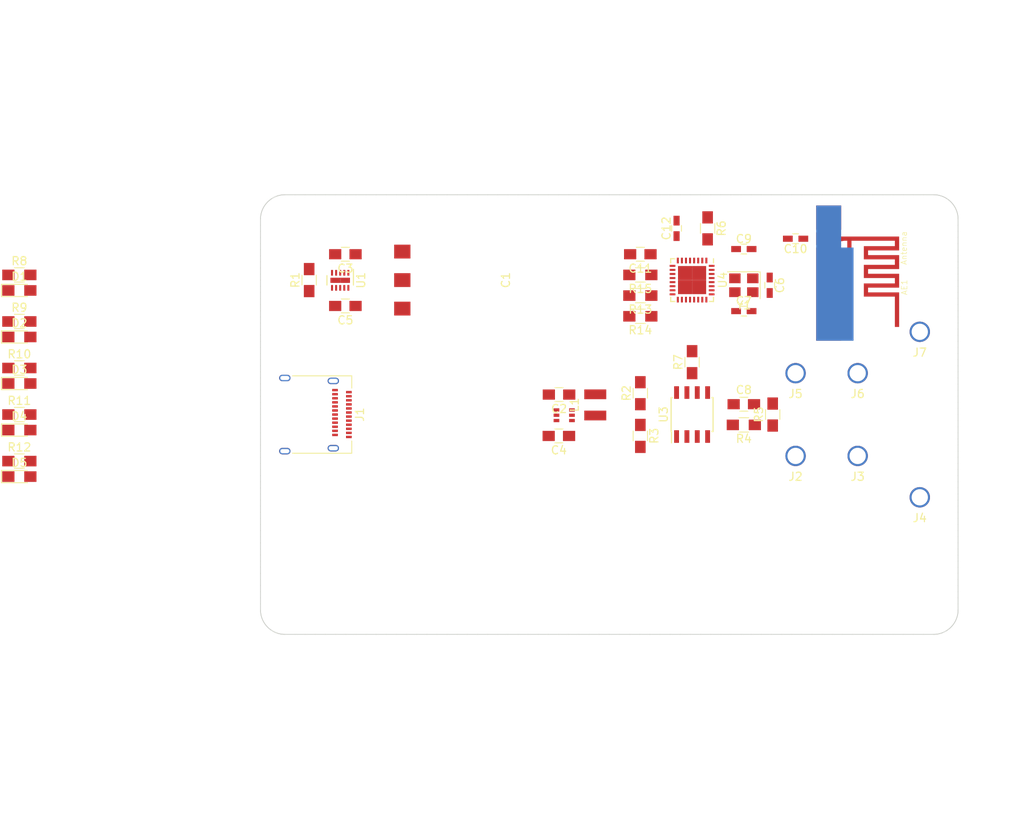
<source format=kicad_pcb>
(kicad_pcb (version 4) (host pcbnew 4.0.7)

  (general
    (links 106)
    (no_connects 106)
    (area 109.549999 74.559999 195.250001 128.640001)
    (thickness 1.6)
    (drawings 515)
    (tracks 0)
    (zones 0)
    (modules 46)
    (nets 61)
  )

  (page A4)
  (layers
    (0 F.Cu signal)
    (31 B.Cu signal)
    (32 B.Adhes user)
    (33 F.Adhes user)
    (34 B.Paste user)
    (35 F.Paste user)
    (36 B.SilkS user)
    (37 F.SilkS user)
    (38 B.Mask user)
    (39 F.Mask user)
    (40 Dwgs.User user)
    (41 Cmts.User user)
    (42 Eco1.User user)
    (43 Eco2.User user)
    (44 Edge.Cuts user)
    (45 Margin user)
    (46 B.CrtYd user)
    (47 F.CrtYd user)
    (48 B.Fab user)
    (49 F.Fab user)
  )

  (setup
    (last_trace_width 0.25)
    (trace_clearance 0.2)
    (zone_clearance 0.508)
    (zone_45_only no)
    (trace_min 0.2)
    (segment_width 0.2)
    (edge_width 0.15)
    (via_size 0.6)
    (via_drill 0.4)
    (via_min_size 0.4)
    (via_min_drill 0.3)
    (uvia_size 0.3)
    (uvia_drill 0.1)
    (uvias_allowed no)
    (uvia_min_size 0.2)
    (uvia_min_drill 0.1)
    (pcb_text_width 0.3)
    (pcb_text_size 1.5 1.5)
    (mod_edge_width 0.15)
    (mod_text_size 1 1)
    (mod_text_width 0.15)
    (pad_size 1.524 1.524)
    (pad_drill 0.762)
    (pad_to_mask_clearance 0.2)
    (aux_axis_origin 0 0)
    (visible_elements 7FFFFFFF)
    (pcbplotparams
      (layerselection 0x00030_80000001)
      (usegerberextensions false)
      (excludeedgelayer true)
      (linewidth 0.100000)
      (plotframeref false)
      (viasonmask false)
      (mode 1)
      (useauxorigin false)
      (hpglpennumber 1)
      (hpglpenspeed 20)
      (hpglpendiameter 15)
      (hpglpenoverlay 2)
      (psnegative false)
      (psa4output false)
      (plotreference true)
      (plotvalue true)
      (plotinvisibletext false)
      (padsonsilk false)
      (subtractmaskfromsilk false)
      (outputformat 1)
      (mirror false)
      (drillshape 1)
      (scaleselection 1)
      (outputdirectory ""))
  )

  (net 0 "")
  (net 1 "Net-(AE1-Pad1)")
  (net 2 "Net-(C1-Pad1)")
  (net 3 "Net-(C1-Pad2)")
  (net 4 GND)
  (net 5 "Net-(C3-Pad1)")
  (net 6 "Net-(C3-Pad2)")
  (net 7 VDD)
  (net 8 VBUS)
  (net 9 "Net-(C6-Pad1)")
  (net 10 "Net-(C7-Pad1)")
  (net 11 RST)
  (net 12 "Net-(C8-Pad2)")
  (net 13 "Net-(C9-Pad2)")
  (net 14 "Net-(C10-Pad2)")
  (net 15 CHARGE_LED)
  (net 16 "Net-(D1-Pad2)")
  (net 17 "Net-(D2-Pad2)")
  (net 18 "Net-(D3-Pad2)")
  (net 19 "Net-(D4-Pad2)")
  (net 20 "Net-(D5-Pad2)")
  (net 21 "Net-(J1-PadS1)")
  (net 22 "Net-(J1-PadA2)")
  (net 23 "Net-(J1-PadA3)")
  (net 24 "Net-(J1-PadA5)")
  (net 25 "Net-(J1-PadA6)")
  (net 26 "Net-(J1-PadA7)")
  (net 27 "Net-(J1-PadA10)")
  (net 28 "Net-(J1-PadA8)")
  (net 29 "Net-(J1-PadA11)")
  (net 30 "Net-(J1-PadB2)")
  (net 31 "Net-(J1-PadB3)")
  (net 32 "Net-(J1-PadB5)")
  (net 33 "Net-(J1-PadB6)")
  (net 34 "Net-(J1-PadB7)")
  (net 35 "Net-(J1-PadB8)")
  (net 36 "Net-(J1-PadB10)")
  (net 37 "Net-(J1-PadB11)")
  (net 38 "Net-(J3-Pad1)")
  (net 39 "Net-(J4-Pad1)")
  (net 40 MODE)
  (net 41 "Net-(L1-Pad2)")
  (net 42 "Net-(R1-Pad1)")
  (net 43 USB_PWR)
  (net 44 "Net-(R6-Pad2)")
  (net 45 "Net-(R7-Pad1)")
  (net 46 "Net-(R7-Pad2)")
  (net 47 "Net-(R9-Pad1)")
  (net 48 "Net-(R10-Pad1)")
  (net 49 "Net-(R11-Pad1)")
  (net 50 "Net-(R12-Pad1)")
  (net 51 "Net-(R14-Pad1)")
  (net 52 "Net-(R15-Pad1)")
  (net 53 "Net-(U3-Pad1)")
  (net 54 "Net-(U3-Pad2)")
  (net 55 "Net-(U3-Pad3)")
  (net 56 "Net-(U3-Pad5)")
  (net 57 "Net-(U3-Pad7)")
  (net 58 "Net-(U4-Pad5)")
  (net 59 "Net-(U4-Pad6)")
  (net 60 "Net-(U4-Pad24)")

  (net_class Default "Dies ist die voreingestellte Netzklasse."
    (clearance 0.2)
    (trace_width 0.25)
    (via_dia 0.6)
    (via_drill 0.4)
    (uvia_dia 0.3)
    (uvia_drill 0.1)
    (add_net CHARGE_LED)
    (add_net GND)
    (add_net MODE)
    (add_net "Net-(AE1-Pad1)")
    (add_net "Net-(C1-Pad1)")
    (add_net "Net-(C1-Pad2)")
    (add_net "Net-(C10-Pad2)")
    (add_net "Net-(C3-Pad1)")
    (add_net "Net-(C3-Pad2)")
    (add_net "Net-(C6-Pad1)")
    (add_net "Net-(C7-Pad1)")
    (add_net "Net-(C8-Pad2)")
    (add_net "Net-(C9-Pad2)")
    (add_net "Net-(D1-Pad2)")
    (add_net "Net-(D2-Pad2)")
    (add_net "Net-(D3-Pad2)")
    (add_net "Net-(D4-Pad2)")
    (add_net "Net-(D5-Pad2)")
    (add_net "Net-(J1-PadA10)")
    (add_net "Net-(J1-PadA11)")
    (add_net "Net-(J1-PadA2)")
    (add_net "Net-(J1-PadA3)")
    (add_net "Net-(J1-PadA5)")
    (add_net "Net-(J1-PadA6)")
    (add_net "Net-(J1-PadA7)")
    (add_net "Net-(J1-PadA8)")
    (add_net "Net-(J1-PadB10)")
    (add_net "Net-(J1-PadB11)")
    (add_net "Net-(J1-PadB2)")
    (add_net "Net-(J1-PadB3)")
    (add_net "Net-(J1-PadB5)")
    (add_net "Net-(J1-PadB6)")
    (add_net "Net-(J1-PadB7)")
    (add_net "Net-(J1-PadB8)")
    (add_net "Net-(J1-PadS1)")
    (add_net "Net-(J3-Pad1)")
    (add_net "Net-(J4-Pad1)")
    (add_net "Net-(L1-Pad2)")
    (add_net "Net-(R1-Pad1)")
    (add_net "Net-(R10-Pad1)")
    (add_net "Net-(R11-Pad1)")
    (add_net "Net-(R12-Pad1)")
    (add_net "Net-(R14-Pad1)")
    (add_net "Net-(R15-Pad1)")
    (add_net "Net-(R6-Pad2)")
    (add_net "Net-(R7-Pad1)")
    (add_net "Net-(R7-Pad2)")
    (add_net "Net-(R9-Pad1)")
    (add_net "Net-(U3-Pad1)")
    (add_net "Net-(U3-Pad2)")
    (add_net "Net-(U3-Pad3)")
    (add_net "Net-(U3-Pad5)")
    (add_net "Net-(U3-Pad7)")
    (add_net "Net-(U4-Pad24)")
    (add_net "Net-(U4-Pad5)")
    (add_net "Net-(U4-Pad6)")
    (add_net RST)
    (add_net USB_PWR)
    (add_net VBUS)
    (add_net VDD)
  )

  (module MyAntennas:AN91445 (layer F.Cu) (tedit 58664D9E) (tstamp 5AB5015C)
    (at 182.88 84.235 270)
    (path /5AB24FDC)
    (fp_text reference AE1 (at 1.75 -5.725 270) (layer F.SilkS)
      (effects (font (size 0.7 0.7) (thickness 0.07)))
    )
    (fp_text value Antenna (at -3.075 -5.675 270) (layer F.SilkS)
      (effects (font (size 0.7 0.7) (thickness 0.07)))
    )
    (fp_poly (pts (xy -5.334 5.08) (xy -8.297333 5.08) (xy -8.297333 2.032) (xy -5.334 2.032)
      (xy -5.334 5.08)) (layer F.Cu) (width 0.01))
    (fp_poly (pts (xy -2.794 -1.27) (xy -2.201333 -1.27) (xy -2.201333 -5.08) (xy -0.508 -5.08)
      (xy -0.508 -1.27) (xy 0.084667 -1.27) (xy 0.084667 -5.08) (xy 1.778 -5.08)
      (xy 1.778 -1.27) (xy 2.370667 -1.27) (xy 2.370667 -5.08) (xy 6.604 -5.08)
      (xy 6.604 -4.572) (xy 2.878667 -4.572) (xy 2.878667 -0.762) (xy 1.27 -0.762)
      (xy 1.27 -4.572) (xy 0.592667 -4.572) (xy 0.592667 -0.762) (xy -1.016 -0.762)
      (xy -1.016 -4.572) (xy -1.693333 -4.572) (xy -1.693333 -0.762) (xy -3.302 -0.762)
      (xy -3.302 -4.572) (xy -3.979333 -4.572) (xy -3.979333 0.762) (xy 2.963333 0.762)
      (xy 2.963333 1.27) (xy -3.979333 1.27) (xy -3.979333 1.653414) (xy -3.907973 2.095015)
      (xy -3.725333 2.539999) (xy -3.616882 2.765026) (xy -3.544645 2.958245) (xy -3.501305 3.163499)
      (xy -3.479541 3.424628) (xy -3.472037 3.785474) (xy -3.471333 4.061585) (xy -3.471333 5.08)
      (xy -4.995333 5.08) (xy -4.995333 4.103918) (xy -4.992428 3.672772) (xy -4.978472 3.36516)
      (xy -4.945608 3.135313) (xy -4.885975 2.937464) (xy -4.791715 2.725844) (xy -4.741333 2.624666)
      (xy -4.487333 2.121495) (xy -4.487333 -5.08) (xy -2.794 -5.08) (xy -2.794 -1.27)) (layer F.Cu) (width 0.01))
    (fp_poly (pts (xy 8.297333 5.08) (xy -3.132667 5.08) (xy -3.132667 2.032) (xy 8.297333 2.032)
      (xy 8.297333 5.08)) (layer F.Cu) (width 0.01))
    (fp_poly (pts (xy 8.297333 5.086) (xy -8.297333 5.086) (xy -8.297333 2.038) (xy -3.132667 2.038)
      (xy -3.132667 0.514) (xy 8.297333 0.514) (xy 8.297333 5.086)) (layer B.Cu) (width 0.01))
    (pad 1 smd circle (at -4.225 4.525 270) (size 1 1) (layers F.Cu F.Paste)
      (net 1 "Net-(AE1-Pad1)"))
    (pad 2 smd circle (at -6 4.525 270) (size 1 1) (layers F.Cu F.Paste))
  )

  (module Murata_DMF3Z:Murata_DMF3Z (layer F.Cu) (tedit 5AB40788) (tstamp 5AB50163)
    (at 127 85.09 90)
    (path /5AAA8D1F)
    (fp_text reference C1 (at 0 12.7 90) (layer F.SilkS)
      (effects (font (size 1 1) (thickness 0.15)))
    )
    (fp_text value DMF3 (at 0 6.35 90) (layer F.Fab)
      (effects (font (size 1 1) (thickness 0.15)))
    )
    (fp_text user B (at 0 2.54 90) (layer F.Fab)
      (effects (font (size 1 1) (thickness 0.15)))
    )
    (fp_line (start -7 4) (end -7 25) (layer F.Fab) (width 0.15))
    (fp_line (start -7 4) (end 7 4) (layer F.Fab) (width 0.15))
    (fp_line (start -7 25) (end 7 25) (layer F.Fab) (width 0.15))
    (fp_line (start 7 4) (end 7 25) (layer F.Fab) (width 0.15))
    (fp_text user + (at 3.81 2.54 90) (layer F.Fab)
      (effects (font (size 1 1) (thickness 0.15)))
    )
    (fp_text user - (at -3.81 2.54 90) (layer F.Fab)
      (effects (font (size 1 1) (thickness 0.15)))
    )
    (pad 1 smd rect (at 3.5 0 90) (size 1.7 2) (layers F.Cu F.Paste F.Mask)
      (net 2 "Net-(C1-Pad1)"))
    (pad 2 smd rect (at 0 0 90) (size 1.7 2) (layers F.Cu F.Paste F.Mask)
      (net 3 "Net-(C1-Pad2)"))
    (pad 3 smd rect (at -3.5 0 90) (size 1.7 2) (layers F.Cu F.Paste F.Mask)
      (net 4 GND))
  )

  (module Capacitors_SMD:C_0805_HandSoldering (layer F.Cu) (tedit 58AA84A8) (tstamp 5AB50169)
    (at 146.234082 99.146668 180)
    (descr "Capacitor SMD 0805, hand soldering")
    (tags "capacitor 0805")
    (path /5AAC151B)
    (attr smd)
    (fp_text reference C2 (at 0 -1.75 180) (layer F.SilkS)
      (effects (font (size 1 1) (thickness 0.15)))
    )
    (fp_text value 10μF (at 0 1.75 180) (layer F.Fab)
      (effects (font (size 1 1) (thickness 0.15)))
    )
    (fp_text user %R (at 0 -1.75 180) (layer F.Fab)
      (effects (font (size 1 1) (thickness 0.15)))
    )
    (fp_line (start -1 0.62) (end -1 -0.62) (layer F.Fab) (width 0.1))
    (fp_line (start 1 0.62) (end -1 0.62) (layer F.Fab) (width 0.1))
    (fp_line (start 1 -0.62) (end 1 0.62) (layer F.Fab) (width 0.1))
    (fp_line (start -1 -0.62) (end 1 -0.62) (layer F.Fab) (width 0.1))
    (fp_line (start 0.5 -0.85) (end -0.5 -0.85) (layer F.SilkS) (width 0.12))
    (fp_line (start -0.5 0.85) (end 0.5 0.85) (layer F.SilkS) (width 0.12))
    (fp_line (start -2.25 -0.88) (end 2.25 -0.88) (layer F.CrtYd) (width 0.05))
    (fp_line (start -2.25 -0.88) (end -2.25 0.87) (layer F.CrtYd) (width 0.05))
    (fp_line (start 2.25 0.87) (end 2.25 -0.88) (layer F.CrtYd) (width 0.05))
    (fp_line (start 2.25 0.87) (end -2.25 0.87) (layer F.CrtYd) (width 0.05))
    (pad 1 smd rect (at -1.25 0 180) (size 1.5 1.25) (layers F.Cu F.Paste F.Mask)
      (net 2 "Net-(C1-Pad1)"))
    (pad 2 smd rect (at 1.25 0 180) (size 1.5 1.25) (layers F.Cu F.Paste F.Mask)
      (net 4 GND))
    (model Capacitors_SMD.3dshapes/C_0805.wrl
      (at (xyz 0 0 0))
      (scale (xyz 1 1 1))
      (rotate (xyz 0 0 0))
    )
  )

  (module Capacitors_SMD:C_0805_HandSoldering (layer F.Cu) (tedit 58AA84A8) (tstamp 5AB5016F)
    (at 120.015 81.915 180)
    (descr "Capacitor SMD 0805, hand soldering")
    (tags "capacitor 0805")
    (path /5AAA95FB)
    (attr smd)
    (fp_text reference C3 (at 0 -1.75 180) (layer F.SilkS)
      (effects (font (size 1 1) (thickness 0.15)))
    )
    (fp_text value 1μF (at 0 1.75 180) (layer F.Fab)
      (effects (font (size 1 1) (thickness 0.15)))
    )
    (fp_text user %R (at 0 -1.75 180) (layer F.Fab)
      (effects (font (size 1 1) (thickness 0.15)))
    )
    (fp_line (start -1 0.62) (end -1 -0.62) (layer F.Fab) (width 0.1))
    (fp_line (start 1 0.62) (end -1 0.62) (layer F.Fab) (width 0.1))
    (fp_line (start 1 -0.62) (end 1 0.62) (layer F.Fab) (width 0.1))
    (fp_line (start -1 -0.62) (end 1 -0.62) (layer F.Fab) (width 0.1))
    (fp_line (start 0.5 -0.85) (end -0.5 -0.85) (layer F.SilkS) (width 0.12))
    (fp_line (start -0.5 0.85) (end 0.5 0.85) (layer F.SilkS) (width 0.12))
    (fp_line (start -2.25 -0.88) (end 2.25 -0.88) (layer F.CrtYd) (width 0.05))
    (fp_line (start -2.25 -0.88) (end -2.25 0.87) (layer F.CrtYd) (width 0.05))
    (fp_line (start 2.25 0.87) (end 2.25 -0.88) (layer F.CrtYd) (width 0.05))
    (fp_line (start 2.25 0.87) (end -2.25 0.87) (layer F.CrtYd) (width 0.05))
    (pad 1 smd rect (at -1.25 0 180) (size 1.5 1.25) (layers F.Cu F.Paste F.Mask)
      (net 5 "Net-(C3-Pad1)"))
    (pad 2 smd rect (at 1.25 0 180) (size 1.5 1.25) (layers F.Cu F.Paste F.Mask)
      (net 6 "Net-(C3-Pad2)"))
    (model Capacitors_SMD.3dshapes/C_0805.wrl
      (at (xyz 0 0 0))
      (scale (xyz 1 1 1))
      (rotate (xyz 0 0 0))
    )
  )

  (module Capacitors_SMD:C_0805_HandSoldering (layer F.Cu) (tedit 58AA84A8) (tstamp 5AB50175)
    (at 146.214082 104.226668 180)
    (descr "Capacitor SMD 0805, hand soldering")
    (tags "capacitor 0805")
    (path /5AAC2CD4)
    (attr smd)
    (fp_text reference C4 (at 0 -1.75 180) (layer F.SilkS)
      (effects (font (size 1 1) (thickness 0.15)))
    )
    (fp_text value 10μF (at 0 1.75 180) (layer F.Fab)
      (effects (font (size 1 1) (thickness 0.15)))
    )
    (fp_text user %R (at 0 -1.75 180) (layer F.Fab)
      (effects (font (size 1 1) (thickness 0.15)))
    )
    (fp_line (start -1 0.62) (end -1 -0.62) (layer F.Fab) (width 0.1))
    (fp_line (start 1 0.62) (end -1 0.62) (layer F.Fab) (width 0.1))
    (fp_line (start 1 -0.62) (end 1 0.62) (layer F.Fab) (width 0.1))
    (fp_line (start -1 -0.62) (end 1 -0.62) (layer F.Fab) (width 0.1))
    (fp_line (start 0.5 -0.85) (end -0.5 -0.85) (layer F.SilkS) (width 0.12))
    (fp_line (start -0.5 0.85) (end 0.5 0.85) (layer F.SilkS) (width 0.12))
    (fp_line (start -2.25 -0.88) (end 2.25 -0.88) (layer F.CrtYd) (width 0.05))
    (fp_line (start -2.25 -0.88) (end -2.25 0.87) (layer F.CrtYd) (width 0.05))
    (fp_line (start 2.25 0.87) (end 2.25 -0.88) (layer F.CrtYd) (width 0.05))
    (fp_line (start 2.25 0.87) (end -2.25 0.87) (layer F.CrtYd) (width 0.05))
    (pad 1 smd rect (at -1.25 0 180) (size 1.5 1.25) (layers F.Cu F.Paste F.Mask)
      (net 7 VDD))
    (pad 2 smd rect (at 1.25 0 180) (size 1.5 1.25) (layers F.Cu F.Paste F.Mask)
      (net 4 GND))
    (model Capacitors_SMD.3dshapes/C_0805.wrl
      (at (xyz 0 0 0))
      (scale (xyz 1 1 1))
      (rotate (xyz 0 0 0))
    )
  )

  (module Capacitors_SMD:C_0805_HandSoldering (layer F.Cu) (tedit 58AA84A8) (tstamp 5AB5017B)
    (at 120.015 88.265 180)
    (descr "Capacitor SMD 0805, hand soldering")
    (tags "capacitor 0805")
    (path /5AAAAFD7)
    (attr smd)
    (fp_text reference C5 (at 0 -1.75 180) (layer F.SilkS)
      (effects (font (size 1 1) (thickness 0.15)))
    )
    (fp_text value 2.2μF (at 0 1.75 180) (layer F.Fab)
      (effects (font (size 1 1) (thickness 0.15)))
    )
    (fp_text user %R (at 0 -1.75 180) (layer F.Fab)
      (effects (font (size 1 1) (thickness 0.15)))
    )
    (fp_line (start -1 0.62) (end -1 -0.62) (layer F.Fab) (width 0.1))
    (fp_line (start 1 0.62) (end -1 0.62) (layer F.Fab) (width 0.1))
    (fp_line (start 1 -0.62) (end 1 0.62) (layer F.Fab) (width 0.1))
    (fp_line (start -1 -0.62) (end 1 -0.62) (layer F.Fab) (width 0.1))
    (fp_line (start 0.5 -0.85) (end -0.5 -0.85) (layer F.SilkS) (width 0.12))
    (fp_line (start -0.5 0.85) (end 0.5 0.85) (layer F.SilkS) (width 0.12))
    (fp_line (start -2.25 -0.88) (end 2.25 -0.88) (layer F.CrtYd) (width 0.05))
    (fp_line (start -2.25 -0.88) (end -2.25 0.87) (layer F.CrtYd) (width 0.05))
    (fp_line (start 2.25 0.87) (end 2.25 -0.88) (layer F.CrtYd) (width 0.05))
    (fp_line (start 2.25 0.87) (end -2.25 0.87) (layer F.CrtYd) (width 0.05))
    (pad 1 smd rect (at -1.25 0 180) (size 1.5 1.25) (layers F.Cu F.Paste F.Mask)
      (net 8 VBUS))
    (pad 2 smd rect (at 1.25 0 180) (size 1.5 1.25) (layers F.Cu F.Paste F.Mask)
      (net 4 GND))
    (model Capacitors_SMD.3dshapes/C_0805.wrl
      (at (xyz 0 0 0))
      (scale (xyz 1 1 1))
      (rotate (xyz 0 0 0))
    )
  )

  (module Capacitors_SMD:C_0603_HandSoldering (layer F.Cu) (tedit 58AA848B) (tstamp 5AB50181)
    (at 172.085 85.725 270)
    (descr "Capacitor SMD 0603, hand soldering")
    (tags "capacitor 0603")
    (path /5AAD502A)
    (attr smd)
    (fp_text reference C6 (at 0 -1.25 270) (layer F.SilkS)
      (effects (font (size 1 1) (thickness 0.15)))
    )
    (fp_text value 10pF (at 0 1.5 270) (layer F.Fab)
      (effects (font (size 1 1) (thickness 0.15)))
    )
    (fp_text user %R (at 0 -1.25 270) (layer F.Fab)
      (effects (font (size 1 1) (thickness 0.15)))
    )
    (fp_line (start -0.8 0.4) (end -0.8 -0.4) (layer F.Fab) (width 0.1))
    (fp_line (start 0.8 0.4) (end -0.8 0.4) (layer F.Fab) (width 0.1))
    (fp_line (start 0.8 -0.4) (end 0.8 0.4) (layer F.Fab) (width 0.1))
    (fp_line (start -0.8 -0.4) (end 0.8 -0.4) (layer F.Fab) (width 0.1))
    (fp_line (start -0.35 -0.6) (end 0.35 -0.6) (layer F.SilkS) (width 0.12))
    (fp_line (start 0.35 0.6) (end -0.35 0.6) (layer F.SilkS) (width 0.12))
    (fp_line (start -1.8 -0.65) (end 1.8 -0.65) (layer F.CrtYd) (width 0.05))
    (fp_line (start -1.8 -0.65) (end -1.8 0.65) (layer F.CrtYd) (width 0.05))
    (fp_line (start 1.8 0.65) (end 1.8 -0.65) (layer F.CrtYd) (width 0.05))
    (fp_line (start 1.8 0.65) (end -1.8 0.65) (layer F.CrtYd) (width 0.05))
    (pad 1 smd rect (at -0.95 0 270) (size 1.2 0.75) (layers F.Cu F.Paste F.Mask)
      (net 9 "Net-(C6-Pad1)"))
    (pad 2 smd rect (at 0.95 0 270) (size 1.2 0.75) (layers F.Cu F.Paste F.Mask)
      (net 4 GND))
    (model Capacitors_SMD.3dshapes/C_0603.wrl
      (at (xyz 0 0 0))
      (scale (xyz 1 1 1))
      (rotate (xyz 0 0 0))
    )
  )

  (module Capacitors_SMD:C_0603_HandSoldering (layer F.Cu) (tedit 58AA848B) (tstamp 5AB50187)
    (at 168.91 88.9)
    (descr "Capacitor SMD 0603, hand soldering")
    (tags "capacitor 0603")
    (path /5AAD49A7)
    (attr smd)
    (fp_text reference C7 (at 0 -1.25) (layer F.SilkS)
      (effects (font (size 1 1) (thickness 0.15)))
    )
    (fp_text value 10pF (at 0 1.5) (layer F.Fab)
      (effects (font (size 1 1) (thickness 0.15)))
    )
    (fp_text user %R (at 0 -1.25) (layer F.Fab)
      (effects (font (size 1 1) (thickness 0.15)))
    )
    (fp_line (start -0.8 0.4) (end -0.8 -0.4) (layer F.Fab) (width 0.1))
    (fp_line (start 0.8 0.4) (end -0.8 0.4) (layer F.Fab) (width 0.1))
    (fp_line (start 0.8 -0.4) (end 0.8 0.4) (layer F.Fab) (width 0.1))
    (fp_line (start -0.8 -0.4) (end 0.8 -0.4) (layer F.Fab) (width 0.1))
    (fp_line (start -0.35 -0.6) (end 0.35 -0.6) (layer F.SilkS) (width 0.12))
    (fp_line (start 0.35 0.6) (end -0.35 0.6) (layer F.SilkS) (width 0.12))
    (fp_line (start -1.8 -0.65) (end 1.8 -0.65) (layer F.CrtYd) (width 0.05))
    (fp_line (start -1.8 -0.65) (end -1.8 0.65) (layer F.CrtYd) (width 0.05))
    (fp_line (start 1.8 0.65) (end 1.8 -0.65) (layer F.CrtYd) (width 0.05))
    (fp_line (start 1.8 0.65) (end -1.8 0.65) (layer F.CrtYd) (width 0.05))
    (pad 1 smd rect (at -0.95 0) (size 1.2 0.75) (layers F.Cu F.Paste F.Mask)
      (net 10 "Net-(C7-Pad1)"))
    (pad 2 smd rect (at 0.95 0) (size 1.2 0.75) (layers F.Cu F.Paste F.Mask)
      (net 4 GND))
    (model Capacitors_SMD.3dshapes/C_0603.wrl
      (at (xyz 0 0 0))
      (scale (xyz 1 1 1))
      (rotate (xyz 0 0 0))
    )
  )

  (module Capacitors_SMD:C_0805_HandSoldering (layer F.Cu) (tedit 58AA84A8) (tstamp 5AB5018D)
    (at 168.91 100.33)
    (descr "Capacitor SMD 0805, hand soldering")
    (tags "capacitor 0805")
    (path /5AB287B2)
    (attr smd)
    (fp_text reference C8 (at 0 -1.75) (layer F.SilkS)
      (effects (font (size 1 1) (thickness 0.15)))
    )
    (fp_text value 10μF (at 0 1.75) (layer F.Fab)
      (effects (font (size 1 1) (thickness 0.15)))
    )
    (fp_text user %R (at 0 -1.75) (layer F.Fab)
      (effects (font (size 1 1) (thickness 0.15)))
    )
    (fp_line (start -1 0.62) (end -1 -0.62) (layer F.Fab) (width 0.1))
    (fp_line (start 1 0.62) (end -1 0.62) (layer F.Fab) (width 0.1))
    (fp_line (start 1 -0.62) (end 1 0.62) (layer F.Fab) (width 0.1))
    (fp_line (start -1 -0.62) (end 1 -0.62) (layer F.Fab) (width 0.1))
    (fp_line (start 0.5 -0.85) (end -0.5 -0.85) (layer F.SilkS) (width 0.12))
    (fp_line (start -0.5 0.85) (end 0.5 0.85) (layer F.SilkS) (width 0.12))
    (fp_line (start -2.25 -0.88) (end 2.25 -0.88) (layer F.CrtYd) (width 0.05))
    (fp_line (start -2.25 -0.88) (end -2.25 0.87) (layer F.CrtYd) (width 0.05))
    (fp_line (start 2.25 0.87) (end 2.25 -0.88) (layer F.CrtYd) (width 0.05))
    (fp_line (start 2.25 0.87) (end -2.25 0.87) (layer F.CrtYd) (width 0.05))
    (pad 1 smd rect (at -1.25 0) (size 1.5 1.25) (layers F.Cu F.Paste F.Mask)
      (net 11 RST))
    (pad 2 smd rect (at 1.25 0) (size 1.5 1.25) (layers F.Cu F.Paste F.Mask)
      (net 12 "Net-(C8-Pad2)"))
    (model Capacitors_SMD.3dshapes/C_0805.wrl
      (at (xyz 0 0 0))
      (scale (xyz 1 1 1))
      (rotate (xyz 0 0 0))
    )
  )

  (module Capacitors_SMD:C_0603_HandSoldering (layer F.Cu) (tedit 58AA848B) (tstamp 5AB50193)
    (at 168.91 81.28)
    (descr "Capacitor SMD 0603, hand soldering")
    (tags "capacitor 0603")
    (path /5AAD95DC)
    (attr smd)
    (fp_text reference C9 (at 0 -1.25) (layer F.SilkS)
      (effects (font (size 1 1) (thickness 0.15)))
    )
    (fp_text value 1μF (at 0 1.5) (layer F.Fab)
      (effects (font (size 1 1) (thickness 0.15)))
    )
    (fp_text user %R (at 0 -1.25) (layer F.Fab)
      (effects (font (size 1 1) (thickness 0.15)))
    )
    (fp_line (start -0.8 0.4) (end -0.8 -0.4) (layer F.Fab) (width 0.1))
    (fp_line (start 0.8 0.4) (end -0.8 0.4) (layer F.Fab) (width 0.1))
    (fp_line (start 0.8 -0.4) (end 0.8 0.4) (layer F.Fab) (width 0.1))
    (fp_line (start -0.8 -0.4) (end 0.8 -0.4) (layer F.Fab) (width 0.1))
    (fp_line (start -0.35 -0.6) (end 0.35 -0.6) (layer F.SilkS) (width 0.12))
    (fp_line (start 0.35 0.6) (end -0.35 0.6) (layer F.SilkS) (width 0.12))
    (fp_line (start -1.8 -0.65) (end 1.8 -0.65) (layer F.CrtYd) (width 0.05))
    (fp_line (start -1.8 -0.65) (end -1.8 0.65) (layer F.CrtYd) (width 0.05))
    (fp_line (start 1.8 0.65) (end 1.8 -0.65) (layer F.CrtYd) (width 0.05))
    (fp_line (start 1.8 0.65) (end -1.8 0.65) (layer F.CrtYd) (width 0.05))
    (pad 1 smd rect (at -0.95 0) (size 1.2 0.75) (layers F.Cu F.Paste F.Mask)
      (net 7 VDD))
    (pad 2 smd rect (at 0.95 0) (size 1.2 0.75) (layers F.Cu F.Paste F.Mask)
      (net 13 "Net-(C9-Pad2)"))
    (model Capacitors_SMD.3dshapes/C_0603.wrl
      (at (xyz 0 0 0))
      (scale (xyz 1 1 1))
      (rotate (xyz 0 0 0))
    )
  )

  (module Capacitors_SMD:C_0603_HandSoldering (layer F.Cu) (tedit 58AA848B) (tstamp 5AB50199)
    (at 175.26 80.01 180)
    (descr "Capacitor SMD 0603, hand soldering")
    (tags "capacitor 0603")
    (path /5AACE32B)
    (attr smd)
    (fp_text reference C10 (at 0 -1.25 180) (layer F.SilkS)
      (effects (font (size 1 1) (thickness 0.15)))
    )
    (fp_text value 5.6pF (at 0 1.5 180) (layer F.Fab)
      (effects (font (size 1 1) (thickness 0.15)))
    )
    (fp_text user %R (at 0 -1.25 180) (layer F.Fab)
      (effects (font (size 1 1) (thickness 0.15)))
    )
    (fp_line (start -0.8 0.4) (end -0.8 -0.4) (layer F.Fab) (width 0.1))
    (fp_line (start 0.8 0.4) (end -0.8 0.4) (layer F.Fab) (width 0.1))
    (fp_line (start 0.8 -0.4) (end 0.8 0.4) (layer F.Fab) (width 0.1))
    (fp_line (start -0.8 -0.4) (end 0.8 -0.4) (layer F.Fab) (width 0.1))
    (fp_line (start -0.35 -0.6) (end 0.35 -0.6) (layer F.SilkS) (width 0.12))
    (fp_line (start 0.35 0.6) (end -0.35 0.6) (layer F.SilkS) (width 0.12))
    (fp_line (start -1.8 -0.65) (end 1.8 -0.65) (layer F.CrtYd) (width 0.05))
    (fp_line (start -1.8 -0.65) (end -1.8 0.65) (layer F.CrtYd) (width 0.05))
    (fp_line (start 1.8 0.65) (end 1.8 -0.65) (layer F.CrtYd) (width 0.05))
    (fp_line (start 1.8 0.65) (end -1.8 0.65) (layer F.CrtYd) (width 0.05))
    (pad 1 smd rect (at -0.95 0 180) (size 1.2 0.75) (layers F.Cu F.Paste F.Mask)
      (net 1 "Net-(AE1-Pad1)"))
    (pad 2 smd rect (at 0.95 0 180) (size 1.2 0.75) (layers F.Cu F.Paste F.Mask)
      (net 14 "Net-(C10-Pad2)"))
    (model Capacitors_SMD.3dshapes/C_0603.wrl
      (at (xyz 0 0 0))
      (scale (xyz 1 1 1))
      (rotate (xyz 0 0 0))
    )
  )

  (module Capacitors_SMD:C_0805_HandSoldering (layer F.Cu) (tedit 58AA84A8) (tstamp 5AB5019F)
    (at 156.21 81.915 180)
    (descr "Capacitor SMD 0805, hand soldering")
    (tags "capacitor 0805")
    (path /5AAC2824)
    (attr smd)
    (fp_text reference C11 (at 0 -1.75 180) (layer F.SilkS)
      (effects (font (size 1 1) (thickness 0.15)))
    )
    (fp_text value 10μF (at 0 1.75 180) (layer F.Fab)
      (effects (font (size 1 1) (thickness 0.15)))
    )
    (fp_text user %R (at 0 -1.75 180) (layer F.Fab)
      (effects (font (size 1 1) (thickness 0.15)))
    )
    (fp_line (start -1 0.62) (end -1 -0.62) (layer F.Fab) (width 0.1))
    (fp_line (start 1 0.62) (end -1 0.62) (layer F.Fab) (width 0.1))
    (fp_line (start 1 -0.62) (end 1 0.62) (layer F.Fab) (width 0.1))
    (fp_line (start -1 -0.62) (end 1 -0.62) (layer F.Fab) (width 0.1))
    (fp_line (start 0.5 -0.85) (end -0.5 -0.85) (layer F.SilkS) (width 0.12))
    (fp_line (start -0.5 0.85) (end 0.5 0.85) (layer F.SilkS) (width 0.12))
    (fp_line (start -2.25 -0.88) (end 2.25 -0.88) (layer F.CrtYd) (width 0.05))
    (fp_line (start -2.25 -0.88) (end -2.25 0.87) (layer F.CrtYd) (width 0.05))
    (fp_line (start 2.25 0.87) (end 2.25 -0.88) (layer F.CrtYd) (width 0.05))
    (fp_line (start 2.25 0.87) (end -2.25 0.87) (layer F.CrtYd) (width 0.05))
    (pad 1 smd rect (at -1.25 0 180) (size 1.5 1.25) (layers F.Cu F.Paste F.Mask)
      (net 7 VDD))
    (pad 2 smd rect (at 1.25 0 180) (size 1.5 1.25) (layers F.Cu F.Paste F.Mask)
      (net 4 GND))
    (model Capacitors_SMD.3dshapes/C_0805.wrl
      (at (xyz 0 0 0))
      (scale (xyz 1 1 1))
      (rotate (xyz 0 0 0))
    )
  )

  (module Capacitors_SMD:C_0603_HandSoldering (layer F.Cu) (tedit 58AA848B) (tstamp 5AB501A5)
    (at 160.655 78.74 90)
    (descr "Capacitor SMD 0603, hand soldering")
    (tags "capacitor 0603")
    (path /5AAC131F)
    (attr smd)
    (fp_text reference C12 (at 0 -1.25 90) (layer F.SilkS)
      (effects (font (size 1 1) (thickness 0.15)))
    )
    (fp_text value 0.1μF (at 0 1.5 90) (layer F.Fab)
      (effects (font (size 1 1) (thickness 0.15)))
    )
    (fp_text user %R (at 0 -1.25 90) (layer F.Fab)
      (effects (font (size 1 1) (thickness 0.15)))
    )
    (fp_line (start -0.8 0.4) (end -0.8 -0.4) (layer F.Fab) (width 0.1))
    (fp_line (start 0.8 0.4) (end -0.8 0.4) (layer F.Fab) (width 0.1))
    (fp_line (start 0.8 -0.4) (end 0.8 0.4) (layer F.Fab) (width 0.1))
    (fp_line (start -0.8 -0.4) (end 0.8 -0.4) (layer F.Fab) (width 0.1))
    (fp_line (start -0.35 -0.6) (end 0.35 -0.6) (layer F.SilkS) (width 0.12))
    (fp_line (start 0.35 0.6) (end -0.35 0.6) (layer F.SilkS) (width 0.12))
    (fp_line (start -1.8 -0.65) (end 1.8 -0.65) (layer F.CrtYd) (width 0.05))
    (fp_line (start -1.8 -0.65) (end -1.8 0.65) (layer F.CrtYd) (width 0.05))
    (fp_line (start 1.8 0.65) (end 1.8 -0.65) (layer F.CrtYd) (width 0.05))
    (fp_line (start 1.8 0.65) (end -1.8 0.65) (layer F.CrtYd) (width 0.05))
    (pad 1 smd rect (at -0.95 0 90) (size 1.2 0.75) (layers F.Cu F.Paste F.Mask)
      (net 7 VDD))
    (pad 2 smd rect (at 0.95 0 90) (size 1.2 0.75) (layers F.Cu F.Paste F.Mask)
      (net 4 GND))
    (model Capacitors_SMD.3dshapes/C_0603.wrl
      (at (xyz 0 0 0))
      (scale (xyz 1 1 1))
      (rotate (xyz 0 0 0))
    )
  )

  (module LEDs:LED_0805_HandSoldering (layer F.Cu) (tedit 595FCA25) (tstamp 5AB501AB)
    (at 80.01 86.36)
    (descr "Resistor SMD 0805, hand soldering")
    (tags "resistor 0805")
    (path /5AB538F0)
    (attr smd)
    (fp_text reference D1 (at 0 -1.7) (layer F.SilkS)
      (effects (font (size 1 1) (thickness 0.15)))
    )
    (fp_text value LED (at 0 1.75) (layer F.Fab)
      (effects (font (size 1 1) (thickness 0.15)))
    )
    (fp_line (start -0.4 -0.4) (end -0.4 0.4) (layer F.Fab) (width 0.1))
    (fp_line (start -0.4 0) (end 0.2 -0.4) (layer F.Fab) (width 0.1))
    (fp_line (start 0.2 0.4) (end -0.4 0) (layer F.Fab) (width 0.1))
    (fp_line (start 0.2 -0.4) (end 0.2 0.4) (layer F.Fab) (width 0.1))
    (fp_line (start -1 0.62) (end -1 -0.62) (layer F.Fab) (width 0.1))
    (fp_line (start 1 0.62) (end -1 0.62) (layer F.Fab) (width 0.1))
    (fp_line (start 1 -0.62) (end 1 0.62) (layer F.Fab) (width 0.1))
    (fp_line (start -1 -0.62) (end 1 -0.62) (layer F.Fab) (width 0.1))
    (fp_line (start 1 0.75) (end -2.2 0.75) (layer F.SilkS) (width 0.12))
    (fp_line (start -2.2 -0.75) (end 1 -0.75) (layer F.SilkS) (width 0.12))
    (fp_line (start -2.35 -0.9) (end 2.35 -0.9) (layer F.CrtYd) (width 0.05))
    (fp_line (start -2.35 -0.9) (end -2.35 0.9) (layer F.CrtYd) (width 0.05))
    (fp_line (start 2.35 0.9) (end 2.35 -0.9) (layer F.CrtYd) (width 0.05))
    (fp_line (start 2.35 0.9) (end -2.35 0.9) (layer F.CrtYd) (width 0.05))
    (fp_line (start -2.2 -0.75) (end -2.2 0.75) (layer F.SilkS) (width 0.12))
    (pad 1 smd rect (at -1.35 0) (size 1.5 1.3) (layers F.Cu F.Paste F.Mask)
      (net 15 CHARGE_LED))
    (pad 2 smd rect (at 1.35 0) (size 1.5 1.3) (layers F.Cu F.Paste F.Mask)
      (net 16 "Net-(D1-Pad2)"))
    (model ${KISYS3DMOD}/LEDs.3dshapes/LED_0805.wrl
      (at (xyz 0 0 0))
      (scale (xyz 1 1 1))
      (rotate (xyz 0 0 0))
    )
  )

  (module LEDs:LED_0805_HandSoldering (layer F.Cu) (tedit 595FCA25) (tstamp 5AB501B1)
    (at 80.01 92.075)
    (descr "Resistor SMD 0805, hand soldering")
    (tags "resistor 0805")
    (path /5AB53858)
    (attr smd)
    (fp_text reference D2 (at 0 -1.7) (layer F.SilkS)
      (effects (font (size 1 1) (thickness 0.15)))
    )
    (fp_text value LED (at 0 1.75) (layer F.Fab)
      (effects (font (size 1 1) (thickness 0.15)))
    )
    (fp_line (start -0.4 -0.4) (end -0.4 0.4) (layer F.Fab) (width 0.1))
    (fp_line (start -0.4 0) (end 0.2 -0.4) (layer F.Fab) (width 0.1))
    (fp_line (start 0.2 0.4) (end -0.4 0) (layer F.Fab) (width 0.1))
    (fp_line (start 0.2 -0.4) (end 0.2 0.4) (layer F.Fab) (width 0.1))
    (fp_line (start -1 0.62) (end -1 -0.62) (layer F.Fab) (width 0.1))
    (fp_line (start 1 0.62) (end -1 0.62) (layer F.Fab) (width 0.1))
    (fp_line (start 1 -0.62) (end 1 0.62) (layer F.Fab) (width 0.1))
    (fp_line (start -1 -0.62) (end 1 -0.62) (layer F.Fab) (width 0.1))
    (fp_line (start 1 0.75) (end -2.2 0.75) (layer F.SilkS) (width 0.12))
    (fp_line (start -2.2 -0.75) (end 1 -0.75) (layer F.SilkS) (width 0.12))
    (fp_line (start -2.35 -0.9) (end 2.35 -0.9) (layer F.CrtYd) (width 0.05))
    (fp_line (start -2.35 -0.9) (end -2.35 0.9) (layer F.CrtYd) (width 0.05))
    (fp_line (start 2.35 0.9) (end 2.35 -0.9) (layer F.CrtYd) (width 0.05))
    (fp_line (start 2.35 0.9) (end -2.35 0.9) (layer F.CrtYd) (width 0.05))
    (fp_line (start -2.2 -0.75) (end -2.2 0.75) (layer F.SilkS) (width 0.12))
    (pad 1 smd rect (at -1.35 0) (size 1.5 1.3) (layers F.Cu F.Paste F.Mask)
      (net 4 GND))
    (pad 2 smd rect (at 1.35 0) (size 1.5 1.3) (layers F.Cu F.Paste F.Mask)
      (net 17 "Net-(D2-Pad2)"))
    (model ${KISYS3DMOD}/LEDs.3dshapes/LED_0805.wrl
      (at (xyz 0 0 0))
      (scale (xyz 1 1 1))
      (rotate (xyz 0 0 0))
    )
  )

  (module LEDs:LED_0805_HandSoldering (layer F.Cu) (tedit 595FCA25) (tstamp 5AB501B7)
    (at 80.01 97.79)
    (descr "Resistor SMD 0805, hand soldering")
    (tags "resistor 0805")
    (path /5AB5244A)
    (attr smd)
    (fp_text reference D3 (at 0 -1.7) (layer F.SilkS)
      (effects (font (size 1 1) (thickness 0.15)))
    )
    (fp_text value LED (at 0 1.75) (layer F.Fab)
      (effects (font (size 1 1) (thickness 0.15)))
    )
    (fp_line (start -0.4 -0.4) (end -0.4 0.4) (layer F.Fab) (width 0.1))
    (fp_line (start -0.4 0) (end 0.2 -0.4) (layer F.Fab) (width 0.1))
    (fp_line (start 0.2 0.4) (end -0.4 0) (layer F.Fab) (width 0.1))
    (fp_line (start 0.2 -0.4) (end 0.2 0.4) (layer F.Fab) (width 0.1))
    (fp_line (start -1 0.62) (end -1 -0.62) (layer F.Fab) (width 0.1))
    (fp_line (start 1 0.62) (end -1 0.62) (layer F.Fab) (width 0.1))
    (fp_line (start 1 -0.62) (end 1 0.62) (layer F.Fab) (width 0.1))
    (fp_line (start -1 -0.62) (end 1 -0.62) (layer F.Fab) (width 0.1))
    (fp_line (start 1 0.75) (end -2.2 0.75) (layer F.SilkS) (width 0.12))
    (fp_line (start -2.2 -0.75) (end 1 -0.75) (layer F.SilkS) (width 0.12))
    (fp_line (start -2.35 -0.9) (end 2.35 -0.9) (layer F.CrtYd) (width 0.05))
    (fp_line (start -2.35 -0.9) (end -2.35 0.9) (layer F.CrtYd) (width 0.05))
    (fp_line (start 2.35 0.9) (end 2.35 -0.9) (layer F.CrtYd) (width 0.05))
    (fp_line (start 2.35 0.9) (end -2.35 0.9) (layer F.CrtYd) (width 0.05))
    (fp_line (start -2.2 -0.75) (end -2.2 0.75) (layer F.SilkS) (width 0.12))
    (pad 1 smd rect (at -1.35 0) (size 1.5 1.3) (layers F.Cu F.Paste F.Mask)
      (net 4 GND))
    (pad 2 smd rect (at 1.35 0) (size 1.5 1.3) (layers F.Cu F.Paste F.Mask)
      (net 18 "Net-(D3-Pad2)"))
    (model ${KISYS3DMOD}/LEDs.3dshapes/LED_0805.wrl
      (at (xyz 0 0 0))
      (scale (xyz 1 1 1))
      (rotate (xyz 0 0 0))
    )
  )

  (module LEDs:LED_0805_HandSoldering (layer F.Cu) (tedit 595FCA25) (tstamp 5AB501BD)
    (at 80.01 103.505)
    (descr "Resistor SMD 0805, hand soldering")
    (tags "resistor 0805")
    (path /5AB523BA)
    (attr smd)
    (fp_text reference D4 (at 0 -1.7) (layer F.SilkS)
      (effects (font (size 1 1) (thickness 0.15)))
    )
    (fp_text value LED (at 0 1.75) (layer F.Fab)
      (effects (font (size 1 1) (thickness 0.15)))
    )
    (fp_line (start -0.4 -0.4) (end -0.4 0.4) (layer F.Fab) (width 0.1))
    (fp_line (start -0.4 0) (end 0.2 -0.4) (layer F.Fab) (width 0.1))
    (fp_line (start 0.2 0.4) (end -0.4 0) (layer F.Fab) (width 0.1))
    (fp_line (start 0.2 -0.4) (end 0.2 0.4) (layer F.Fab) (width 0.1))
    (fp_line (start -1 0.62) (end -1 -0.62) (layer F.Fab) (width 0.1))
    (fp_line (start 1 0.62) (end -1 0.62) (layer F.Fab) (width 0.1))
    (fp_line (start 1 -0.62) (end 1 0.62) (layer F.Fab) (width 0.1))
    (fp_line (start -1 -0.62) (end 1 -0.62) (layer F.Fab) (width 0.1))
    (fp_line (start 1 0.75) (end -2.2 0.75) (layer F.SilkS) (width 0.12))
    (fp_line (start -2.2 -0.75) (end 1 -0.75) (layer F.SilkS) (width 0.12))
    (fp_line (start -2.35 -0.9) (end 2.35 -0.9) (layer F.CrtYd) (width 0.05))
    (fp_line (start -2.35 -0.9) (end -2.35 0.9) (layer F.CrtYd) (width 0.05))
    (fp_line (start 2.35 0.9) (end 2.35 -0.9) (layer F.CrtYd) (width 0.05))
    (fp_line (start 2.35 0.9) (end -2.35 0.9) (layer F.CrtYd) (width 0.05))
    (fp_line (start -2.2 -0.75) (end -2.2 0.75) (layer F.SilkS) (width 0.12))
    (pad 1 smd rect (at -1.35 0) (size 1.5 1.3) (layers F.Cu F.Paste F.Mask)
      (net 4 GND))
    (pad 2 smd rect (at 1.35 0) (size 1.5 1.3) (layers F.Cu F.Paste F.Mask)
      (net 19 "Net-(D4-Pad2)"))
    (model ${KISYS3DMOD}/LEDs.3dshapes/LED_0805.wrl
      (at (xyz 0 0 0))
      (scale (xyz 1 1 1))
      (rotate (xyz 0 0 0))
    )
  )

  (module LEDs:LED_0805_HandSoldering (layer F.Cu) (tedit 595FCA25) (tstamp 5AB501C3)
    (at 80.01 109.22)
    (descr "Resistor SMD 0805, hand soldering")
    (tags "resistor 0805")
    (path /5AAAD96E)
    (attr smd)
    (fp_text reference D5 (at 0 -1.7) (layer F.SilkS)
      (effects (font (size 1 1) (thickness 0.15)))
    )
    (fp_text value LED (at 0 1.75) (layer F.Fab)
      (effects (font (size 1 1) (thickness 0.15)))
    )
    (fp_line (start -0.4 -0.4) (end -0.4 0.4) (layer F.Fab) (width 0.1))
    (fp_line (start -0.4 0) (end 0.2 -0.4) (layer F.Fab) (width 0.1))
    (fp_line (start 0.2 0.4) (end -0.4 0) (layer F.Fab) (width 0.1))
    (fp_line (start 0.2 -0.4) (end 0.2 0.4) (layer F.Fab) (width 0.1))
    (fp_line (start -1 0.62) (end -1 -0.62) (layer F.Fab) (width 0.1))
    (fp_line (start 1 0.62) (end -1 0.62) (layer F.Fab) (width 0.1))
    (fp_line (start 1 -0.62) (end 1 0.62) (layer F.Fab) (width 0.1))
    (fp_line (start -1 -0.62) (end 1 -0.62) (layer F.Fab) (width 0.1))
    (fp_line (start 1 0.75) (end -2.2 0.75) (layer F.SilkS) (width 0.12))
    (fp_line (start -2.2 -0.75) (end 1 -0.75) (layer F.SilkS) (width 0.12))
    (fp_line (start -2.35 -0.9) (end 2.35 -0.9) (layer F.CrtYd) (width 0.05))
    (fp_line (start -2.35 -0.9) (end -2.35 0.9) (layer F.CrtYd) (width 0.05))
    (fp_line (start 2.35 0.9) (end 2.35 -0.9) (layer F.CrtYd) (width 0.05))
    (fp_line (start 2.35 0.9) (end -2.35 0.9) (layer F.CrtYd) (width 0.05))
    (fp_line (start -2.2 -0.75) (end -2.2 0.75) (layer F.SilkS) (width 0.12))
    (pad 1 smd rect (at -1.35 0) (size 1.5 1.3) (layers F.Cu F.Paste F.Mask)
      (net 4 GND))
    (pad 2 smd rect (at 1.35 0) (size 1.5 1.3) (layers F.Cu F.Paste F.Mask)
      (net 20 "Net-(D5-Pad2)"))
    (model ${KISYS3DMOD}/LEDs.3dshapes/LED_0805.wrl
      (at (xyz 0 0 0))
      (scale (xyz 1 1 1))
      (rotate (xyz 0 0 0))
    )
  )

  (module Connectors_USB:USB_C_Receptacle_Amphenol_12401610E4-2A (layer F.Cu) (tedit 5923787B) (tstamp 5AB501E5)
    (at 115.425 101.6 270)
    (descr "USB TYPE C, RA RCPT PCB, SMT, https://www.amphenolcanada.com/StockAvailabilityPrice.aspx?From=&PartNum=12401610E4%7e2A")
    (tags "USB C Type-C Receptacle SMD")
    (path /5AB61144)
    (attr smd)
    (fp_text reference J1 (at 0 -6.36 270) (layer F.SilkS)
      (effects (font (size 1 1) (thickness 0.15)))
    )
    (fp_text value USB_C_Receptacle (at 0 6.14 270) (layer F.Fab)
      (effects (font (size 1 1) (thickness 0.15)))
    )
    (fp_text user %R (at 0 0 270) (layer F.Fab)
      (effects (font (size 1 1) (thickness 0.1)))
    )
    (fp_line (start -5.39 5.73) (end -5.39 -5.87) (layer F.CrtYd) (width 0.05))
    (fp_line (start 5.39 5.73) (end -5.39 5.73) (layer F.CrtYd) (width 0.05))
    (fp_line (start 5.39 -5.87) (end 5.39 5.73) (layer F.CrtYd) (width 0.05))
    (fp_line (start -5.39 -5.87) (end 5.39 -5.87) (layer F.CrtYd) (width 0.05))
    (fp_line (start 4.6 5.23) (end 4.6 -5.22) (layer F.Fab) (width 0.1))
    (fp_line (start -4.6 5.23) (end 4.6 5.23) (layer F.Fab) (width 0.1))
    (fp_line (start 3.25 -5.37) (end 4.75 -5.37) (layer F.SilkS) (width 0.12))
    (fp_line (start 4.75 -5.37) (end 4.75 1.89) (layer F.SilkS) (width 0.12))
    (fp_line (start -4.75 -5.37) (end -4.75 1.89) (layer F.SilkS) (width 0.12))
    (fp_line (start -4.75 -5.37) (end -3.25 -5.37) (layer F.SilkS) (width 0.12))
    (fp_line (start -4.6 -5.22) (end 4.6 -5.22) (layer F.Fab) (width 0.1))
    (fp_line (start -4.6 5.23) (end -4.6 -5.22) (layer F.Fab) (width 0.1))
    (pad S1 thru_hole oval (at -4.13 -3.11 270) (size 0.8 1.4) (drill oval 0.5 1.1) (layers *.Cu *.Mask)
      (net 21 "Net-(J1-PadS1)"))
    (pad A1 smd rect (at -2.75 -5.02 270) (size 0.3 0.7) (layers F.Cu F.Paste F.Mask)
      (net 4 GND))
    (pad A2 smd rect (at -2.25 -5.02 270) (size 0.3 0.7) (layers F.Cu F.Paste F.Mask)
      (net 22 "Net-(J1-PadA2)"))
    (pad A3 smd rect (at -1.75 -5.02 270) (size 0.3 0.7) (layers F.Cu F.Paste F.Mask)
      (net 23 "Net-(J1-PadA3)"))
    (pad A4 smd rect (at -1.25 -5.02 270) (size 0.3 0.7) (layers F.Cu F.Paste F.Mask)
      (net 8 VBUS))
    (pad A5 smd rect (at -0.75 -5.02 270) (size 0.3 0.7) (layers F.Cu F.Paste F.Mask)
      (net 24 "Net-(J1-PadA5)"))
    (pad A6 smd rect (at -0.25 -5.02 270) (size 0.3 0.7) (layers F.Cu F.Paste F.Mask)
      (net 25 "Net-(J1-PadA6)"))
    (pad A7 smd rect (at 0.25 -5.02 270) (size 0.3 0.7) (layers F.Cu F.Paste F.Mask)
      (net 26 "Net-(J1-PadA7)"))
    (pad A12 smd rect (at 2.75 -5.02 270) (size 0.3 0.7) (layers F.Cu F.Paste F.Mask)
      (net 4 GND))
    (pad A10 smd rect (at 1.75 -5.02 270) (size 0.3 0.7) (layers F.Cu F.Paste F.Mask)
      (net 27 "Net-(J1-PadA10)"))
    (pad A9 smd rect (at 1.25 -5.02 270) (size 0.3 0.7) (layers F.Cu F.Paste F.Mask)
      (net 8 VBUS))
    (pad A8 smd rect (at 0.75 -5.02 270) (size 0.3 0.7) (layers F.Cu F.Paste F.Mask)
      (net 28 "Net-(J1-PadA8)"))
    (pad A11 smd rect (at 2.25 -5.02 270) (size 0.3 0.7) (layers F.Cu F.Paste F.Mask)
      (net 29 "Net-(J1-PadA11)"))
    (pad B1 smd rect (at 2.5 -3.32 270) (size 0.3 0.7) (layers F.Cu F.Paste F.Mask)
      (net 4 GND))
    (pad S1 thru_hole oval (at 4.13 -3.11 270) (size 0.8 1.4) (drill oval 0.5 1.1) (layers *.Cu *.Mask)
      (net 21 "Net-(J1-PadS1)"))
    (pad S1 thru_hole oval (at 4.49 2.84 270) (size 0.8 1.4) (drill oval 0.5 1.1) (layers *.Cu *.Mask)
      (net 21 "Net-(J1-PadS1)"))
    (pad S1 thru_hole oval (at -4.49 2.84 270) (size 0.8 1.4) (drill oval 0.5 1.1) (layers *.Cu *.Mask)
      (net 21 "Net-(J1-PadS1)"))
    (pad "" np_thru_hole oval (at 3.6 -4.36 270) (size 0.95 0.65) (drill oval 0.95 0.65) (layers *.Cu *.Mask))
    (pad "" np_thru_hole circle (at -3.6 -4.36 270) (size 0.65 0.65) (drill 0.65) (layers *.Cu *.Mask))
    (pad B2 smd rect (at 2 -3.32 270) (size 0.3 0.7) (layers F.Cu F.Paste F.Mask)
      (net 30 "Net-(J1-PadB2)"))
    (pad B3 smd rect (at 1.5 -3.32 270) (size 0.3 0.7) (layers F.Cu F.Paste F.Mask)
      (net 31 "Net-(J1-PadB3)"))
    (pad B4 smd rect (at 1 -3.32 270) (size 0.3 0.7) (layers F.Cu F.Paste F.Mask)
      (net 8 VBUS))
    (pad B5 smd rect (at 0.5 -3.32 270) (size 0.3 0.7) (layers F.Cu F.Paste F.Mask)
      (net 32 "Net-(J1-PadB5)"))
    (pad B6 smd rect (at 0 -3.32 270) (size 0.3 0.7) (layers F.Cu F.Paste F.Mask)
      (net 33 "Net-(J1-PadB6)"))
    (pad B7 smd rect (at -0.5 -3.32 270) (size 0.3 0.7) (layers F.Cu F.Paste F.Mask)
      (net 34 "Net-(J1-PadB7)"))
    (pad B8 smd rect (at -1 -3.32 270) (size 0.3 0.7) (layers F.Cu F.Paste F.Mask)
      (net 35 "Net-(J1-PadB8)"))
    (pad B9 smd rect (at -1.5 -3.32 270) (size 0.3 0.7) (layers F.Cu F.Paste F.Mask)
      (net 8 VBUS))
    (pad B10 smd rect (at -2 -3.32 270) (size 0.3 0.7) (layers F.Cu F.Paste F.Mask)
      (net 36 "Net-(J1-PadB10)"))
    (pad B11 smd rect (at -2.5 -3.32 270) (size 0.3 0.7) (layers F.Cu F.Paste F.Mask)
      (net 37 "Net-(J1-PadB11)"))
    (pad B12 smd rect (at -3 -3.32 270) (size 0.3 0.7) (layers F.Cu F.Paste F.Mask)
      (net 4 GND))
    (model ${KISYS3DMOD}/Connectors_USB.3dshapes/USB_C_Receptacle_Amphenol_12401610E4-2A.wrl
      (at (xyz 0 0 0))
      (scale (xyz 1 1 1))
      (rotate (xyz 0 0 0))
    )
  )

  (module C_Connectors:C_Connector_2mm (layer F.Cu) (tedit 5AB42053) (tstamp 5AB501EA)
    (at 175.26 106.68)
    (path /5AB2EF3B)
    (fp_text reference J2 (at 0 2.54) (layer F.SilkS)
      (effects (font (size 1 1) (thickness 0.15)))
    )
    (fp_text value TP_RST (at 0 -2.54) (layer F.Fab)
      (effects (font (size 1 1) (thickness 0.15)))
    )
    (pad 1 thru_hole circle (at 0 0) (size 2.5 2.5) (drill 2) (layers *.Cu *.Mask)
      (net 12 "Net-(C8-Pad2)"))
  )

  (module C_Connectors:C_Connector_2mm (layer F.Cu) (tedit 5AB42053) (tstamp 5AB501EF)
    (at 182.88 106.68)
    (path /5AB2C671)
    (fp_text reference J3 (at 0 2.54) (layer F.SilkS)
      (effects (font (size 1 1) (thickness 0.15)))
    )
    (fp_text value TP_TX (at 0 -2.54) (layer F.Fab)
      (effects (font (size 1 1) (thickness 0.15)))
    )
    (pad 1 thru_hole circle (at 0 0) (size 2.5 2.5) (drill 2) (layers *.Cu *.Mask)
      (net 38 "Net-(J3-Pad1)"))
  )

  (module C_Connectors:C_Connector_2mm (layer F.Cu) (tedit 5AB42053) (tstamp 5AB501F4)
    (at 190.5 111.76)
    (path /5AB2EE99)
    (fp_text reference J4 (at 0 2.54) (layer F.SilkS)
      (effects (font (size 1 1) (thickness 0.15)))
    )
    (fp_text value TP_RX (at 0 -2.54) (layer F.Fab)
      (effects (font (size 1 1) (thickness 0.15)))
    )
    (pad 1 thru_hole circle (at 0 0) (size 2.5 2.5) (drill 2) (layers *.Cu *.Mask)
      (net 39 "Net-(J4-Pad1)"))
  )

  (module C_Connectors:C_Connector_2mm (layer F.Cu) (tedit 5AB42053) (tstamp 5AB501F9)
    (at 175.26 96.52)
    (path /5AB2EE19)
    (fp_text reference J5 (at 0 2.54) (layer F.SilkS)
      (effects (font (size 1 1) (thickness 0.15)))
    )
    (fp_text value TP_GPIO0 (at 0 -2.54) (layer F.Fab)
      (effects (font (size 1 1) (thickness 0.15)))
    )
    (pad 1 thru_hole circle (at 0 0) (size 2.5 2.5) (drill 2) (layers *.Cu *.Mask)
      (net 40 MODE))
  )

  (module C_Connectors:C_Connector_2mm (layer F.Cu) (tedit 5AB42053) (tstamp 5AB501FE)
    (at 182.88 96.52)
    (path /5AB2EFE1)
    (fp_text reference J6 (at 0 2.54) (layer F.SilkS)
      (effects (font (size 1 1) (thickness 0.15)))
    )
    (fp_text value TP_GND1 (at 0 -2.54) (layer F.Fab)
      (effects (font (size 1 1) (thickness 0.15)))
    )
    (pad 1 thru_hole circle (at 0 0) (size 2.5 2.5) (drill 2) (layers *.Cu *.Mask)
      (net 4 GND))
  )

  (module C_Connectors:C_Connector_2mm (layer F.Cu) (tedit 5AB42053) (tstamp 5AB50203)
    (at 190.5 91.44)
    (path /5AB30DCC)
    (fp_text reference J7 (at 0 2.54) (layer F.SilkS)
      (effects (font (size 1 1) (thickness 0.15)))
    )
    (fp_text value TP_GND2 (at 0 -2.54) (layer F.Fab)
      (effects (font (size 1 1) (thickness 0.15)))
    )
    (pad 1 thru_hole circle (at 0 0) (size 2.5 2.5) (drill 2) (layers *.Cu *.Mask)
      (net 4 GND))
  )

  (module C_Connectors:LQH3NPN4R7MJRL (layer F.Cu) (tedit 5AB4288D) (tstamp 5AB5020E)
    (at 150.679082 100.416668 270)
    (path /5AABDCD5)
    (fp_text reference L1 (at 0 2.54 270) (layer F.SilkS)
      (effects (font (size 1 1) (thickness 0.15)))
    )
    (fp_text value 4.7μH (at 0 -2.54 270) (layer F.Fab)
      (effects (font (size 1 1) (thickness 0.15)))
    )
    (pad 2 smd rect (at 1.3 0 270) (size 1.2 2.7) (layers F.Cu F.Paste F.Mask)
      (net 41 "Net-(L1-Pad2)"))
    (pad 1 smd rect (at -1.3 0 270) (size 1.2 2.7) (layers F.Cu F.Paste F.Mask)
      (net 2 "Net-(C1-Pad1)"))
  )

  (module Resistors_SMD:R_0805_HandSoldering (layer F.Cu) (tedit 58E0A804) (tstamp 5AB50214)
    (at 115.57 85.09 90)
    (descr "Resistor SMD 0805, hand soldering")
    (tags "resistor 0805")
    (path /5AAAACAB)
    (attr smd)
    (fp_text reference R1 (at 0 -1.7 90) (layer F.SilkS)
      (effects (font (size 1 1) (thickness 0.15)))
    )
    (fp_text value 12K (at 0 1.75 90) (layer F.Fab)
      (effects (font (size 1 1) (thickness 0.15)))
    )
    (fp_text user %R (at 0 -1.27 90) (layer F.Fab)
      (effects (font (size 0.5 0.5) (thickness 0.075)))
    )
    (fp_line (start -1 0.62) (end -1 -0.62) (layer F.Fab) (width 0.1))
    (fp_line (start 1 0.62) (end -1 0.62) (layer F.Fab) (width 0.1))
    (fp_line (start 1 -0.62) (end 1 0.62) (layer F.Fab) (width 0.1))
    (fp_line (start -1 -0.62) (end 1 -0.62) (layer F.Fab) (width 0.1))
    (fp_line (start 0.6 0.88) (end -0.6 0.88) (layer F.SilkS) (width 0.12))
    (fp_line (start -0.6 -0.88) (end 0.6 -0.88) (layer F.SilkS) (width 0.12))
    (fp_line (start -2.35 -0.9) (end 2.35 -0.9) (layer F.CrtYd) (width 0.05))
    (fp_line (start -2.35 -0.9) (end -2.35 0.9) (layer F.CrtYd) (width 0.05))
    (fp_line (start 2.35 0.9) (end 2.35 -0.9) (layer F.CrtYd) (width 0.05))
    (fp_line (start 2.35 0.9) (end -2.35 0.9) (layer F.CrtYd) (width 0.05))
    (pad 1 smd rect (at -1.35 0 90) (size 1.5 1.3) (layers F.Cu F.Paste F.Mask)
      (net 42 "Net-(R1-Pad1)"))
    (pad 2 smd rect (at 1.35 0 90) (size 1.5 1.3) (layers F.Cu F.Paste F.Mask)
      (net 4 GND))
    (model ${KISYS3DMOD}/Resistors_SMD.3dshapes/R_0805.wrl
      (at (xyz 0 0 0))
      (scale (xyz 1 1 1))
      (rotate (xyz 0 0 0))
    )
  )

  (module Resistors_SMD:R_0805_HandSoldering (layer F.Cu) (tedit 58E0A804) (tstamp 5AB5021A)
    (at 156.21 98.98 90)
    (descr "Resistor SMD 0805, hand soldering")
    (tags "resistor 0805")
    (path /5AB41B9B)
    (attr smd)
    (fp_text reference R2 (at 0 -1.7 90) (layer F.SilkS)
      (effects (font (size 1 1) (thickness 0.15)))
    )
    (fp_text value 17K (at 0 1.75 90) (layer F.Fab)
      (effects (font (size 1 1) (thickness 0.15)))
    )
    (fp_text user %R (at 0 0 90) (layer F.Fab)
      (effects (font (size 0.5 0.5) (thickness 0.075)))
    )
    (fp_line (start -1 0.62) (end -1 -0.62) (layer F.Fab) (width 0.1))
    (fp_line (start 1 0.62) (end -1 0.62) (layer F.Fab) (width 0.1))
    (fp_line (start 1 -0.62) (end 1 0.62) (layer F.Fab) (width 0.1))
    (fp_line (start -1 -0.62) (end 1 -0.62) (layer F.Fab) (width 0.1))
    (fp_line (start 0.6 0.88) (end -0.6 0.88) (layer F.SilkS) (width 0.12))
    (fp_line (start -0.6 -0.88) (end 0.6 -0.88) (layer F.SilkS) (width 0.12))
    (fp_line (start -2.35 -0.9) (end 2.35 -0.9) (layer F.CrtYd) (width 0.05))
    (fp_line (start -2.35 -0.9) (end -2.35 0.9) (layer F.CrtYd) (width 0.05))
    (fp_line (start 2.35 0.9) (end 2.35 -0.9) (layer F.CrtYd) (width 0.05))
    (fp_line (start 2.35 0.9) (end -2.35 0.9) (layer F.CrtYd) (width 0.05))
    (pad 1 smd rect (at -1.35 0 90) (size 1.5 1.3) (layers F.Cu F.Paste F.Mask)
      (net 43 USB_PWR))
    (pad 2 smd rect (at 1.35 0 90) (size 1.5 1.3) (layers F.Cu F.Paste F.Mask)
      (net 8 VBUS))
    (model ${KISYS3DMOD}/Resistors_SMD.3dshapes/R_0805.wrl
      (at (xyz 0 0 0))
      (scale (xyz 1 1 1))
      (rotate (xyz 0 0 0))
    )
  )

  (module Resistors_SMD:R_0805_HandSoldering (layer F.Cu) (tedit 58E0A804) (tstamp 5AB50220)
    (at 156.21 104.22 270)
    (descr "Resistor SMD 0805, hand soldering")
    (tags "resistor 0805")
    (path /5AB429EF)
    (attr smd)
    (fp_text reference R3 (at 0 -1.7 270) (layer F.SilkS)
      (effects (font (size 1 1) (thickness 0.15)))
    )
    (fp_text value 33K (at 0 1.75 270) (layer F.Fab)
      (effects (font (size 1 1) (thickness 0.15)))
    )
    (fp_text user %R (at 0 0 270) (layer F.Fab)
      (effects (font (size 0.5 0.5) (thickness 0.075)))
    )
    (fp_line (start -1 0.62) (end -1 -0.62) (layer F.Fab) (width 0.1))
    (fp_line (start 1 0.62) (end -1 0.62) (layer F.Fab) (width 0.1))
    (fp_line (start 1 -0.62) (end 1 0.62) (layer F.Fab) (width 0.1))
    (fp_line (start -1 -0.62) (end 1 -0.62) (layer F.Fab) (width 0.1))
    (fp_line (start 0.6 0.88) (end -0.6 0.88) (layer F.SilkS) (width 0.12))
    (fp_line (start -0.6 -0.88) (end 0.6 -0.88) (layer F.SilkS) (width 0.12))
    (fp_line (start -2.35 -0.9) (end 2.35 -0.9) (layer F.CrtYd) (width 0.05))
    (fp_line (start -2.35 -0.9) (end -2.35 0.9) (layer F.CrtYd) (width 0.05))
    (fp_line (start 2.35 0.9) (end 2.35 -0.9) (layer F.CrtYd) (width 0.05))
    (fp_line (start 2.35 0.9) (end -2.35 0.9) (layer F.CrtYd) (width 0.05))
    (pad 1 smd rect (at -1.35 0 270) (size 1.5 1.3) (layers F.Cu F.Paste F.Mask)
      (net 43 USB_PWR))
    (pad 2 smd rect (at 1.35 0 270) (size 1.5 1.3) (layers F.Cu F.Paste F.Mask)
      (net 4 GND))
    (model ${KISYS3DMOD}/Resistors_SMD.3dshapes/R_0805.wrl
      (at (xyz 0 0 0))
      (scale (xyz 1 1 1))
      (rotate (xyz 0 0 0))
    )
  )

  (module Resistors_SMD:R_0805_HandSoldering (layer F.Cu) (tedit 58E0A804) (tstamp 5AB50226)
    (at 168.91 102.87 180)
    (descr "Resistor SMD 0805, hand soldering")
    (tags "resistor 0805")
    (path /5AB29192)
    (attr smd)
    (fp_text reference R4 (at 0 -1.7 180) (layer F.SilkS)
      (effects (font (size 1 1) (thickness 0.15)))
    )
    (fp_text value 10K (at 0 1.75 180) (layer F.Fab)
      (effects (font (size 1 1) (thickness 0.15)))
    )
    (fp_text user %R (at 0 0 180) (layer F.Fab)
      (effects (font (size 0.5 0.5) (thickness 0.075)))
    )
    (fp_line (start -1 0.62) (end -1 -0.62) (layer F.Fab) (width 0.1))
    (fp_line (start 1 0.62) (end -1 0.62) (layer F.Fab) (width 0.1))
    (fp_line (start 1 -0.62) (end 1 0.62) (layer F.Fab) (width 0.1))
    (fp_line (start -1 -0.62) (end 1 -0.62) (layer F.Fab) (width 0.1))
    (fp_line (start 0.6 0.88) (end -0.6 0.88) (layer F.SilkS) (width 0.12))
    (fp_line (start -0.6 -0.88) (end 0.6 -0.88) (layer F.SilkS) (width 0.12))
    (fp_line (start -2.35 -0.9) (end 2.35 -0.9) (layer F.CrtYd) (width 0.05))
    (fp_line (start -2.35 -0.9) (end -2.35 0.9) (layer F.CrtYd) (width 0.05))
    (fp_line (start 2.35 0.9) (end 2.35 -0.9) (layer F.CrtYd) (width 0.05))
    (fp_line (start 2.35 0.9) (end -2.35 0.9) (layer F.CrtYd) (width 0.05))
    (pad 1 smd rect (at -1.35 0 180) (size 1.5 1.3) (layers F.Cu F.Paste F.Mask)
      (net 7 VDD))
    (pad 2 smd rect (at 1.35 0 180) (size 1.5 1.3) (layers F.Cu F.Paste F.Mask)
      (net 11 RST))
    (model ${KISYS3DMOD}/Resistors_SMD.3dshapes/R_0805.wrl
      (at (xyz 0 0 0))
      (scale (xyz 1 1 1))
      (rotate (xyz 0 0 0))
    )
  )

  (module Resistors_SMD:R_0805_HandSoldering (layer F.Cu) (tedit 58E0A804) (tstamp 5AB5022C)
    (at 172.45 101.6 90)
    (descr "Resistor SMD 0805, hand soldering")
    (tags "resistor 0805")
    (path /5AB249C6)
    (attr smd)
    (fp_text reference R5 (at 0 -1.7 90) (layer F.SilkS)
      (effects (font (size 1 1) (thickness 0.15)))
    )
    (fp_text value 10K (at 0 1.75 90) (layer F.Fab)
      (effects (font (size 1 1) (thickness 0.15)))
    )
    (fp_text user %R (at 0 0 90) (layer F.Fab)
      (effects (font (size 0.5 0.5) (thickness 0.075)))
    )
    (fp_line (start -1 0.62) (end -1 -0.62) (layer F.Fab) (width 0.1))
    (fp_line (start 1 0.62) (end -1 0.62) (layer F.Fab) (width 0.1))
    (fp_line (start 1 -0.62) (end 1 0.62) (layer F.Fab) (width 0.1))
    (fp_line (start -1 -0.62) (end 1 -0.62) (layer F.Fab) (width 0.1))
    (fp_line (start 0.6 0.88) (end -0.6 0.88) (layer F.SilkS) (width 0.12))
    (fp_line (start -0.6 -0.88) (end 0.6 -0.88) (layer F.SilkS) (width 0.12))
    (fp_line (start -2.35 -0.9) (end 2.35 -0.9) (layer F.CrtYd) (width 0.05))
    (fp_line (start -2.35 -0.9) (end -2.35 0.9) (layer F.CrtYd) (width 0.05))
    (fp_line (start 2.35 0.9) (end 2.35 -0.9) (layer F.CrtYd) (width 0.05))
    (fp_line (start 2.35 0.9) (end -2.35 0.9) (layer F.CrtYd) (width 0.05))
    (pad 1 smd rect (at -1.35 0 90) (size 1.5 1.3) (layers F.Cu F.Paste F.Mask)
      (net 7 VDD))
    (pad 2 smd rect (at 1.35 0 90) (size 1.5 1.3) (layers F.Cu F.Paste F.Mask)
      (net 12 "Net-(C8-Pad2)"))
    (model ${KISYS3DMOD}/Resistors_SMD.3dshapes/R_0805.wrl
      (at (xyz 0 0 0))
      (scale (xyz 1 1 1))
      (rotate (xyz 0 0 0))
    )
  )

  (module Resistors_SMD:R_0805_HandSoldering (layer F.Cu) (tedit 58E0A804) (tstamp 5AB50232)
    (at 164.465 78.74 270)
    (descr "Resistor SMD 0805, hand soldering")
    (tags "resistor 0805")
    (path /5AACA8C2)
    (attr smd)
    (fp_text reference R6 (at 0 -1.7 270) (layer F.SilkS)
      (effects (font (size 1 1) (thickness 0.15)))
    )
    (fp_text value 12K (at 0 1.75 270) (layer F.Fab)
      (effects (font (size 1 1) (thickness 0.15)))
    )
    (fp_text user %R (at 0.08 -1.27 270) (layer F.Fab)
      (effects (font (size 0.5 0.5) (thickness 0.075)))
    )
    (fp_line (start -1 0.62) (end -1 -0.62) (layer F.Fab) (width 0.1))
    (fp_line (start 1 0.62) (end -1 0.62) (layer F.Fab) (width 0.1))
    (fp_line (start 1 -0.62) (end 1 0.62) (layer F.Fab) (width 0.1))
    (fp_line (start -1 -0.62) (end 1 -0.62) (layer F.Fab) (width 0.1))
    (fp_line (start 0.6 0.88) (end -0.6 0.88) (layer F.SilkS) (width 0.12))
    (fp_line (start -0.6 -0.88) (end 0.6 -0.88) (layer F.SilkS) (width 0.12))
    (fp_line (start -2.35 -0.9) (end 2.35 -0.9) (layer F.CrtYd) (width 0.05))
    (fp_line (start -2.35 -0.9) (end -2.35 0.9) (layer F.CrtYd) (width 0.05))
    (fp_line (start 2.35 0.9) (end 2.35 -0.9) (layer F.CrtYd) (width 0.05))
    (fp_line (start 2.35 0.9) (end -2.35 0.9) (layer F.CrtYd) (width 0.05))
    (pad 1 smd rect (at -1.35 0 270) (size 1.5 1.3) (layers F.Cu F.Paste F.Mask)
      (net 4 GND))
    (pad 2 smd rect (at 1.35 0 270) (size 1.5 1.3) (layers F.Cu F.Paste F.Mask)
      (net 44 "Net-(R6-Pad2)"))
    (model ${KISYS3DMOD}/Resistors_SMD.3dshapes/R_0805.wrl
      (at (xyz 0 0 0))
      (scale (xyz 1 1 1))
      (rotate (xyz 0 0 0))
    )
  )

  (module Resistors_SMD:R_0805_HandSoldering (layer F.Cu) (tedit 58E0A804) (tstamp 5AB50238)
    (at 162.56 95.17 90)
    (descr "Resistor SMD 0805, hand soldering")
    (tags "resistor 0805")
    (path /5AAE9D88)
    (attr smd)
    (fp_text reference R7 (at 0 -1.7 90) (layer F.SilkS)
      (effects (font (size 1 1) (thickness 0.15)))
    )
    (fp_text value 200 (at 0 1.75 90) (layer F.Fab)
      (effects (font (size 1 1) (thickness 0.15)))
    )
    (fp_text user %R (at 0 0 90) (layer F.Fab)
      (effects (font (size 0.5 0.5) (thickness 0.075)))
    )
    (fp_line (start -1 0.62) (end -1 -0.62) (layer F.Fab) (width 0.1))
    (fp_line (start 1 0.62) (end -1 0.62) (layer F.Fab) (width 0.1))
    (fp_line (start 1 -0.62) (end 1 0.62) (layer F.Fab) (width 0.1))
    (fp_line (start -1 -0.62) (end 1 -0.62) (layer F.Fab) (width 0.1))
    (fp_line (start 0.6 0.88) (end -0.6 0.88) (layer F.SilkS) (width 0.12))
    (fp_line (start -0.6 -0.88) (end 0.6 -0.88) (layer F.SilkS) (width 0.12))
    (fp_line (start -2.35 -0.9) (end 2.35 -0.9) (layer F.CrtYd) (width 0.05))
    (fp_line (start -2.35 -0.9) (end -2.35 0.9) (layer F.CrtYd) (width 0.05))
    (fp_line (start 2.35 0.9) (end 2.35 -0.9) (layer F.CrtYd) (width 0.05))
    (fp_line (start 2.35 0.9) (end -2.35 0.9) (layer F.CrtYd) (width 0.05))
    (pad 1 smd rect (at -1.35 0 90) (size 1.5 1.3) (layers F.Cu F.Paste F.Mask)
      (net 45 "Net-(R7-Pad1)"))
    (pad 2 smd rect (at 1.35 0 90) (size 1.5 1.3) (layers F.Cu F.Paste F.Mask)
      (net 46 "Net-(R7-Pad2)"))
    (model ${KISYS3DMOD}/Resistors_SMD.3dshapes/R_0805.wrl
      (at (xyz 0 0 0))
      (scale (xyz 1 1 1))
      (rotate (xyz 0 0 0))
    )
  )

  (module Resistors_SMD:R_0805_HandSoldering (layer F.Cu) (tedit 58E0A804) (tstamp 5AB5023E)
    (at 80.01 84.455)
    (descr "Resistor SMD 0805, hand soldering")
    (tags "resistor 0805")
    (path /5AB538EA)
    (attr smd)
    (fp_text reference R8 (at 0 -1.7) (layer F.SilkS)
      (effects (font (size 1 1) (thickness 0.15)))
    )
    (fp_text value ? (at 0 1.27) (layer F.Fab)
      (effects (font (size 1 1) (thickness 0.15)))
    )
    (fp_text user %R (at 0 -1.27) (layer F.Fab)
      (effects (font (size 0.5 0.5) (thickness 0.075)))
    )
    (fp_line (start -1 0.62) (end -1 -0.62) (layer F.Fab) (width 0.1))
    (fp_line (start 1 0.62) (end -1 0.62) (layer F.Fab) (width 0.1))
    (fp_line (start 1 -0.62) (end 1 0.62) (layer F.Fab) (width 0.1))
    (fp_line (start -1 -0.62) (end 1 -0.62) (layer F.Fab) (width 0.1))
    (fp_line (start 0.6 0.88) (end -0.6 0.88) (layer F.SilkS) (width 0.12))
    (fp_line (start -0.6 -0.88) (end 0.6 -0.88) (layer F.SilkS) (width 0.12))
    (fp_line (start -2.35 -0.9) (end 2.35 -0.9) (layer F.CrtYd) (width 0.05))
    (fp_line (start -2.35 -0.9) (end -2.35 0.9) (layer F.CrtYd) (width 0.05))
    (fp_line (start 2.35 0.9) (end 2.35 -0.9) (layer F.CrtYd) (width 0.05))
    (fp_line (start 2.35 0.9) (end -2.35 0.9) (layer F.CrtYd) (width 0.05))
    (pad 1 smd rect (at -1.35 0) (size 1.5 1.3) (layers F.Cu F.Paste F.Mask)
      (net 8 VBUS))
    (pad 2 smd rect (at 1.35 0) (size 1.5 1.3) (layers F.Cu F.Paste F.Mask)
      (net 16 "Net-(D1-Pad2)"))
    (model ${KISYS3DMOD}/Resistors_SMD.3dshapes/R_0805.wrl
      (at (xyz 0 0 0))
      (scale (xyz 1 1 1))
      (rotate (xyz 0 0 0))
    )
  )

  (module Resistors_SMD:R_0805_HandSoldering (layer F.Cu) (tedit 58E0A804) (tstamp 5AB50244)
    (at 80.01 90.17)
    (descr "Resistor SMD 0805, hand soldering")
    (tags "resistor 0805")
    (path /5AB53852)
    (attr smd)
    (fp_text reference R9 (at 0 -1.7) (layer F.SilkS)
      (effects (font (size 1 1) (thickness 0.15)))
    )
    (fp_text value ? (at 0 1.75) (layer F.Fab)
      (effects (font (size 1 1) (thickness 0.15)))
    )
    (fp_text user %R (at 0 -1.27) (layer F.Fab)
      (effects (font (size 0.5 0.5) (thickness 0.075)))
    )
    (fp_line (start -1 0.62) (end -1 -0.62) (layer F.Fab) (width 0.1))
    (fp_line (start 1 0.62) (end -1 0.62) (layer F.Fab) (width 0.1))
    (fp_line (start 1 -0.62) (end 1 0.62) (layer F.Fab) (width 0.1))
    (fp_line (start -1 -0.62) (end 1 -0.62) (layer F.Fab) (width 0.1))
    (fp_line (start 0.6 0.88) (end -0.6 0.88) (layer F.SilkS) (width 0.12))
    (fp_line (start -0.6 -0.88) (end 0.6 -0.88) (layer F.SilkS) (width 0.12))
    (fp_line (start -2.35 -0.9) (end 2.35 -0.9) (layer F.CrtYd) (width 0.05))
    (fp_line (start -2.35 -0.9) (end -2.35 0.9) (layer F.CrtYd) (width 0.05))
    (fp_line (start 2.35 0.9) (end 2.35 -0.9) (layer F.CrtYd) (width 0.05))
    (fp_line (start 2.35 0.9) (end -2.35 0.9) (layer F.CrtYd) (width 0.05))
    (pad 1 smd rect (at -1.35 0) (size 1.5 1.3) (layers F.Cu F.Paste F.Mask)
      (net 47 "Net-(R9-Pad1)"))
    (pad 2 smd rect (at 1.35 0) (size 1.5 1.3) (layers F.Cu F.Paste F.Mask)
      (net 17 "Net-(D2-Pad2)"))
    (model ${KISYS3DMOD}/Resistors_SMD.3dshapes/R_0805.wrl
      (at (xyz 0 0 0))
      (scale (xyz 1 1 1))
      (rotate (xyz 0 0 0))
    )
  )

  (module Resistors_SMD:R_0805_HandSoldering (layer F.Cu) (tedit 58E0A804) (tstamp 5AB5024A)
    (at 80.01 95.885)
    (descr "Resistor SMD 0805, hand soldering")
    (tags "resistor 0805")
    (path /5AB52444)
    (attr smd)
    (fp_text reference R10 (at 0 -1.7) (layer F.SilkS)
      (effects (font (size 1 1) (thickness 0.15)))
    )
    (fp_text value ? (at 0 1.75) (layer F.Fab)
      (effects (font (size 1 1) (thickness 0.15)))
    )
    (fp_text user %R (at 0.08 -1.27) (layer F.Fab)
      (effects (font (size 0.5 0.5) (thickness 0.075)))
    )
    (fp_line (start -1 0.62) (end -1 -0.62) (layer F.Fab) (width 0.1))
    (fp_line (start 1 0.62) (end -1 0.62) (layer F.Fab) (width 0.1))
    (fp_line (start 1 -0.62) (end 1 0.62) (layer F.Fab) (width 0.1))
    (fp_line (start -1 -0.62) (end 1 -0.62) (layer F.Fab) (width 0.1))
    (fp_line (start 0.6 0.88) (end -0.6 0.88) (layer F.SilkS) (width 0.12))
    (fp_line (start -0.6 -0.88) (end 0.6 -0.88) (layer F.SilkS) (width 0.12))
    (fp_line (start -2.35 -0.9) (end 2.35 -0.9) (layer F.CrtYd) (width 0.05))
    (fp_line (start -2.35 -0.9) (end -2.35 0.9) (layer F.CrtYd) (width 0.05))
    (fp_line (start 2.35 0.9) (end 2.35 -0.9) (layer F.CrtYd) (width 0.05))
    (fp_line (start 2.35 0.9) (end -2.35 0.9) (layer F.CrtYd) (width 0.05))
    (pad 1 smd rect (at -1.35 0) (size 1.5 1.3) (layers F.Cu F.Paste F.Mask)
      (net 48 "Net-(R10-Pad1)"))
    (pad 2 smd rect (at 1.35 0) (size 1.5 1.3) (layers F.Cu F.Paste F.Mask)
      (net 18 "Net-(D3-Pad2)"))
    (model ${KISYS3DMOD}/Resistors_SMD.3dshapes/R_0805.wrl
      (at (xyz 0 0 0))
      (scale (xyz 1 1 1))
      (rotate (xyz 0 0 0))
    )
  )

  (module Resistors_SMD:R_0805_HandSoldering (layer F.Cu) (tedit 58E0A804) (tstamp 5AB50250)
    (at 80.01 101.6)
    (descr "Resistor SMD 0805, hand soldering")
    (tags "resistor 0805")
    (path /5AB523B4)
    (attr smd)
    (fp_text reference R11 (at 0 -1.7) (layer F.SilkS)
      (effects (font (size 1 1) (thickness 0.15)))
    )
    (fp_text value ? (at 0 1.75) (layer F.Fab)
      (effects (font (size 1 1) (thickness 0.15)))
    )
    (fp_text user %R (at 0 -1.27) (layer F.Fab)
      (effects (font (size 0.5 0.5) (thickness 0.075)))
    )
    (fp_line (start -1 0.62) (end -1 -0.62) (layer F.Fab) (width 0.1))
    (fp_line (start 1 0.62) (end -1 0.62) (layer F.Fab) (width 0.1))
    (fp_line (start 1 -0.62) (end 1 0.62) (layer F.Fab) (width 0.1))
    (fp_line (start -1 -0.62) (end 1 -0.62) (layer F.Fab) (width 0.1))
    (fp_line (start 0.6 0.88) (end -0.6 0.88) (layer F.SilkS) (width 0.12))
    (fp_line (start -0.6 -0.88) (end 0.6 -0.88) (layer F.SilkS) (width 0.12))
    (fp_line (start -2.35 -0.9) (end 2.35 -0.9) (layer F.CrtYd) (width 0.05))
    (fp_line (start -2.35 -0.9) (end -2.35 0.9) (layer F.CrtYd) (width 0.05))
    (fp_line (start 2.35 0.9) (end 2.35 -0.9) (layer F.CrtYd) (width 0.05))
    (fp_line (start 2.35 0.9) (end -2.35 0.9) (layer F.CrtYd) (width 0.05))
    (pad 1 smd rect (at -1.35 0) (size 1.5 1.3) (layers F.Cu F.Paste F.Mask)
      (net 49 "Net-(R11-Pad1)"))
    (pad 2 smd rect (at 1.35 0) (size 1.5 1.3) (layers F.Cu F.Paste F.Mask)
      (net 19 "Net-(D4-Pad2)"))
    (model ${KISYS3DMOD}/Resistors_SMD.3dshapes/R_0805.wrl
      (at (xyz 0 0 0))
      (scale (xyz 1 1 1))
      (rotate (xyz 0 0 0))
    )
  )

  (module Resistors_SMD:R_0805_HandSoldering (layer F.Cu) (tedit 58E0A804) (tstamp 5AB50256)
    (at 80.01 107.315)
    (descr "Resistor SMD 0805, hand soldering")
    (tags "resistor 0805")
    (path /5AAAD924)
    (attr smd)
    (fp_text reference R12 (at 0 -1.7) (layer F.SilkS)
      (effects (font (size 1 1) (thickness 0.15)))
    )
    (fp_text value ? (at 0 1.75) (layer F.Fab)
      (effects (font (size 1 1) (thickness 0.15)))
    )
    (fp_text user %R (at 0 -1.27) (layer F.Fab)
      (effects (font (size 0.5 0.5) (thickness 0.075)))
    )
    (fp_line (start -1 0.62) (end -1 -0.62) (layer F.Fab) (width 0.1))
    (fp_line (start 1 0.62) (end -1 0.62) (layer F.Fab) (width 0.1))
    (fp_line (start 1 -0.62) (end 1 0.62) (layer F.Fab) (width 0.1))
    (fp_line (start -1 -0.62) (end 1 -0.62) (layer F.Fab) (width 0.1))
    (fp_line (start 0.6 0.88) (end -0.6 0.88) (layer F.SilkS) (width 0.12))
    (fp_line (start -0.6 -0.88) (end 0.6 -0.88) (layer F.SilkS) (width 0.12))
    (fp_line (start -2.35 -0.9) (end 2.35 -0.9) (layer F.CrtYd) (width 0.05))
    (fp_line (start -2.35 -0.9) (end -2.35 0.9) (layer F.CrtYd) (width 0.05))
    (fp_line (start 2.35 0.9) (end 2.35 -0.9) (layer F.CrtYd) (width 0.05))
    (fp_line (start 2.35 0.9) (end -2.35 0.9) (layer F.CrtYd) (width 0.05))
    (pad 1 smd rect (at -1.35 0) (size 1.5 1.3) (layers F.Cu F.Paste F.Mask)
      (net 50 "Net-(R12-Pad1)"))
    (pad 2 smd rect (at 1.35 0) (size 1.5 1.3) (layers F.Cu F.Paste F.Mask)
      (net 20 "Net-(D5-Pad2)"))
    (model ${KISYS3DMOD}/Resistors_SMD.3dshapes/R_0805.wrl
      (at (xyz 0 0 0))
      (scale (xyz 1 1 1))
      (rotate (xyz 0 0 0))
    )
  )

  (module Resistors_SMD:R_0805_HandSoldering (layer F.Cu) (tedit 58E0A804) (tstamp 5AB5025C)
    (at 156.21 86.995 180)
    (descr "Resistor SMD 0805, hand soldering")
    (tags "resistor 0805")
    (path /5AADBBEB)
    (attr smd)
    (fp_text reference R13 (at 0 -1.7 180) (layer F.SilkS)
      (effects (font (size 1 1) (thickness 0.15)))
    )
    (fp_text value 1000 (at 0 1.75 180) (layer F.Fab)
      (effects (font (size 1 1) (thickness 0.15)))
    )
    (fp_text user %R (at 0 -1.905 180) (layer F.Fab)
      (effects (font (size 0.5 0.5) (thickness 0.075)))
    )
    (fp_line (start -1 0.62) (end -1 -0.62) (layer F.Fab) (width 0.1))
    (fp_line (start 1 0.62) (end -1 0.62) (layer F.Fab) (width 0.1))
    (fp_line (start 1 -0.62) (end 1 0.62) (layer F.Fab) (width 0.1))
    (fp_line (start -1 -0.62) (end 1 -0.62) (layer F.Fab) (width 0.1))
    (fp_line (start 0.6 0.88) (end -0.6 0.88) (layer F.SilkS) (width 0.12))
    (fp_line (start -0.6 -0.88) (end 0.6 -0.88) (layer F.SilkS) (width 0.12))
    (fp_line (start -2.35 -0.9) (end 2.35 -0.9) (layer F.CrtYd) (width 0.05))
    (fp_line (start -2.35 -0.9) (end -2.35 0.9) (layer F.CrtYd) (width 0.05))
    (fp_line (start 2.35 0.9) (end 2.35 -0.9) (layer F.CrtYd) (width 0.05))
    (fp_line (start 2.35 0.9) (end -2.35 0.9) (layer F.CrtYd) (width 0.05))
    (pad 1 smd rect (at -1.35 0 180) (size 1.5 1.3) (layers F.Cu F.Paste F.Mask)
      (net 40 MODE))
    (pad 2 smd rect (at 1.35 0 180) (size 1.5 1.3) (layers F.Cu F.Paste F.Mask)
      (net 7 VDD))
    (model ${KISYS3DMOD}/Resistors_SMD.3dshapes/R_0805.wrl
      (at (xyz 0 0 0))
      (scale (xyz 1 1 1))
      (rotate (xyz 0 0 0))
    )
  )

  (module Resistors_SMD:R_0805_HandSoldering (layer F.Cu) (tedit 58E0A804) (tstamp 5AB50262)
    (at 156.21 89.535 180)
    (descr "Resistor SMD 0805, hand soldering")
    (tags "resistor 0805")
    (path /5AB011DC)
    (attr smd)
    (fp_text reference R14 (at 0 -1.7 180) (layer F.SilkS)
      (effects (font (size 1 1) (thickness 0.15)))
    )
    (fp_text value 1000 (at 0 1.75 180) (layer F.Fab)
      (effects (font (size 1 1) (thickness 0.15)))
    )
    (fp_text user %R (at 0 -1.27 180) (layer F.Fab)
      (effects (font (size 0.5 0.5) (thickness 0.075)))
    )
    (fp_line (start -1 0.62) (end -1 -0.62) (layer F.Fab) (width 0.1))
    (fp_line (start 1 0.62) (end -1 0.62) (layer F.Fab) (width 0.1))
    (fp_line (start 1 -0.62) (end 1 0.62) (layer F.Fab) (width 0.1))
    (fp_line (start -1 -0.62) (end 1 -0.62) (layer F.Fab) (width 0.1))
    (fp_line (start 0.6 0.88) (end -0.6 0.88) (layer F.SilkS) (width 0.12))
    (fp_line (start -0.6 -0.88) (end 0.6 -0.88) (layer F.SilkS) (width 0.12))
    (fp_line (start -2.35 -0.9) (end 2.35 -0.9) (layer F.CrtYd) (width 0.05))
    (fp_line (start -2.35 -0.9) (end -2.35 0.9) (layer F.CrtYd) (width 0.05))
    (fp_line (start 2.35 0.9) (end 2.35 -0.9) (layer F.CrtYd) (width 0.05))
    (fp_line (start 2.35 0.9) (end -2.35 0.9) (layer F.CrtYd) (width 0.05))
    (pad 1 smd rect (at -1.35 0 180) (size 1.5 1.3) (layers F.Cu F.Paste F.Mask)
      (net 51 "Net-(R14-Pad1)"))
    (pad 2 smd rect (at 1.35 0 180) (size 1.5 1.3) (layers F.Cu F.Paste F.Mask)
      (net 7 VDD))
    (model ${KISYS3DMOD}/Resistors_SMD.3dshapes/R_0805.wrl
      (at (xyz 0 0 0))
      (scale (xyz 1 1 1))
      (rotate (xyz 0 0 0))
    )
  )

  (module Resistors_SMD:R_0805_HandSoldering (layer F.Cu) (tedit 58E0A804) (tstamp 5AB50268)
    (at 156.21 84.455 180)
    (descr "Resistor SMD 0805, hand soldering")
    (tags "resistor 0805")
    (path /5AB01E0B)
    (attr smd)
    (fp_text reference R15 (at 0 -1.7 180) (layer F.SilkS)
      (effects (font (size 1 1) (thickness 0.15)))
    )
    (fp_text value 1000 (at 0 1.75 180) (layer F.Fab)
      (effects (font (size 1 1) (thickness 0.15)))
    )
    (fp_text user %R (at 0.08 -1.905 180) (layer F.Fab)
      (effects (font (size 0.5 0.5) (thickness 0.075)))
    )
    (fp_line (start -1 0.62) (end -1 -0.62) (layer F.Fab) (width 0.1))
    (fp_line (start 1 0.62) (end -1 0.62) (layer F.Fab) (width 0.1))
    (fp_line (start 1 -0.62) (end 1 0.62) (layer F.Fab) (width 0.1))
    (fp_line (start -1 -0.62) (end 1 -0.62) (layer F.Fab) (width 0.1))
    (fp_line (start 0.6 0.88) (end -0.6 0.88) (layer F.SilkS) (width 0.12))
    (fp_line (start -0.6 -0.88) (end 0.6 -0.88) (layer F.SilkS) (width 0.12))
    (fp_line (start -2.35 -0.9) (end 2.35 -0.9) (layer F.CrtYd) (width 0.05))
    (fp_line (start -2.35 -0.9) (end -2.35 0.9) (layer F.CrtYd) (width 0.05))
    (fp_line (start 2.35 0.9) (end 2.35 -0.9) (layer F.CrtYd) (width 0.05))
    (fp_line (start 2.35 0.9) (end -2.35 0.9) (layer F.CrtYd) (width 0.05))
    (pad 1 smd rect (at -1.35 0 180) (size 1.5 1.3) (layers F.Cu F.Paste F.Mask)
      (net 52 "Net-(R15-Pad1)"))
    (pad 2 smd rect (at 1.35 0 180) (size 1.5 1.3) (layers F.Cu F.Paste F.Mask)
      (net 4 GND))
    (model ${KISYS3DMOD}/Resistors_SMD.3dshapes/R_0805.wrl
      (at (xyz 0 0 0))
      (scale (xyz 1 1 1))
      (rotate (xyz 0 0 0))
    )
  )

  (module Housings_DFN_QFN:DFN-10-1EP_2x3mm_Pitch0.5mm (layer F.Cu) (tedit 54130A77) (tstamp 5AB50278)
    (at 119.38 85.117881 270)
    (descr "DDB Package; 10-Lead Plastic DFN (3mm x 2mm) (see Linear Technology DFN_10_05-08-1722.pdf)")
    (tags "DFN 0.5")
    (path /5AAA8D7A)
    (attr smd)
    (fp_text reference U1 (at 0 -2.55 270) (layer F.SilkS)
      (effects (font (size 1 1) (thickness 0.15)))
    )
    (fp_text value LTC3225 (at 0 2.55 270) (layer F.Fab)
      (effects (font (size 1 1) (thickness 0.15)))
    )
    (fp_line (start 0 -1.5) (end 1 -1.5) (layer F.Fab) (width 0.15))
    (fp_line (start 1 -1.5) (end 1 1.5) (layer F.Fab) (width 0.15))
    (fp_line (start 1 1.5) (end -1 1.5) (layer F.Fab) (width 0.15))
    (fp_line (start -1 1.5) (end -1 -0.5) (layer F.Fab) (width 0.15))
    (fp_line (start -1 -0.5) (end 0 -1.5) (layer F.Fab) (width 0.15))
    (fp_line (start -1.55 -1.8) (end -1.55 1.8) (layer F.CrtYd) (width 0.05))
    (fp_line (start 1.55 -1.8) (end 1.55 1.8) (layer F.CrtYd) (width 0.05))
    (fp_line (start -1.55 -1.8) (end 1.55 -1.8) (layer F.CrtYd) (width 0.05))
    (fp_line (start -1.55 1.8) (end 1.55 1.8) (layer F.CrtYd) (width 0.05))
    (fp_line (start -0.575 1.625) (end 0.575 1.625) (layer F.SilkS) (width 0.15))
    (fp_line (start -1.35 -1.625) (end 0.575 -1.625) (layer F.SilkS) (width 0.15))
    (pad 1 smd rect (at -0.925 -1 270) (size 0.7 0.25) (layers F.Cu F.Paste F.Mask)
      (net 5 "Net-(C3-Pad1)"))
    (pad 2 smd rect (at -0.925 -0.5 270) (size 0.7 0.25) (layers F.Cu F.Paste F.Mask)
      (net 6 "Net-(C3-Pad2)"))
    (pad 3 smd rect (at -0.925 0 270) (size 0.7 0.25) (layers F.Cu F.Paste F.Mask)
      (net 3 "Net-(C1-Pad2)"))
    (pad 4 smd rect (at -0.925 0.5 270) (size 0.7 0.25) (layers F.Cu F.Paste F.Mask)
      (net 8 VBUS))
    (pad 5 smd rect (at -0.925 1 270) (size 0.7 0.25) (layers F.Cu F.Paste F.Mask)
      (net 15 CHARGE_LED))
    (pad 6 smd rect (at 0.925 1 270) (size 0.7 0.25) (layers F.Cu F.Paste F.Mask)
      (net 8 VBUS))
    (pad 7 smd rect (at 0.925 0.5 270) (size 0.7 0.25) (layers F.Cu F.Paste F.Mask)
      (net 42 "Net-(R1-Pad1)"))
    (pad 8 smd rect (at 0.925 0 270) (size 0.7 0.25) (layers F.Cu F.Paste F.Mask)
      (net 4 GND))
    (pad 9 smd rect (at 0.925 -0.5 270) (size 0.7 0.25) (layers F.Cu F.Paste F.Mask)
      (net 8 VBUS))
    (pad 10 smd rect (at 0.925 -1 270) (size 0.7 0.25) (layers F.Cu F.Paste F.Mask)
      (net 2 "Net-(C1-Pad1)"))
    (pad 11 smd rect (at 0 0.6 270) (size 0.64 1.2) (layers F.Cu F.Paste F.Mask)
      (solder_paste_margin_ratio -0.2))
    (pad 11 smd rect (at 0 -0.6 270) (size 0.64 1.2) (layers F.Cu F.Paste F.Mask)
      (solder_paste_margin_ratio -0.2))
    (model ${KISYS3DMOD}/Housings_DFN_QFN.3dshapes/DFN-10-1EP_2x3mm_Pitch0.5mm.wrl
      (at (xyz 0 0 0))
      (scale (xyz 1 1 1))
      (rotate (xyz 0 0 0))
    )
  )

  (module Housings_SOIC:SOIC-8_3.9x4.9mm_Pitch1.27mm (layer F.Cu) (tedit 58CD0CDA) (tstamp 5AB50290)
    (at 162.56 101.6 90)
    (descr "8-Lead Plastic Small Outline (SN) - Narrow, 3.90 mm Body [SOIC] (see Microchip Packaging Specification 00000049BS.pdf)")
    (tags "SOIC 1.27")
    (path /5AADED3D)
    (attr smd)
    (fp_text reference U3 (at 0 -3.5 90) (layer F.SilkS)
      (effects (font (size 1 1) (thickness 0.15)))
    )
    (fp_text value W25Q32FVSSIG (at 0 3.5 90) (layer F.Fab)
      (effects (font (size 1 1) (thickness 0.15)))
    )
    (fp_text user %R (at 0 0 90) (layer F.Fab)
      (effects (font (size 1 1) (thickness 0.15)))
    )
    (fp_line (start -0.95 -2.45) (end 1.95 -2.45) (layer F.Fab) (width 0.1))
    (fp_line (start 1.95 -2.45) (end 1.95 2.45) (layer F.Fab) (width 0.1))
    (fp_line (start 1.95 2.45) (end -1.95 2.45) (layer F.Fab) (width 0.1))
    (fp_line (start -1.95 2.45) (end -1.95 -1.45) (layer F.Fab) (width 0.1))
    (fp_line (start -1.95 -1.45) (end -0.95 -2.45) (layer F.Fab) (width 0.1))
    (fp_line (start -3.73 -2.7) (end -3.73 2.7) (layer F.CrtYd) (width 0.05))
    (fp_line (start 3.73 -2.7) (end 3.73 2.7) (layer F.CrtYd) (width 0.05))
    (fp_line (start -3.73 -2.7) (end 3.73 -2.7) (layer F.CrtYd) (width 0.05))
    (fp_line (start -3.73 2.7) (end 3.73 2.7) (layer F.CrtYd) (width 0.05))
    (fp_line (start -2.075 -2.575) (end -2.075 -2.525) (layer F.SilkS) (width 0.15))
    (fp_line (start 2.075 -2.575) (end 2.075 -2.43) (layer F.SilkS) (width 0.15))
    (fp_line (start 2.075 2.575) (end 2.075 2.43) (layer F.SilkS) (width 0.15))
    (fp_line (start -2.075 2.575) (end -2.075 2.43) (layer F.SilkS) (width 0.15))
    (fp_line (start -2.075 -2.575) (end 2.075 -2.575) (layer F.SilkS) (width 0.15))
    (fp_line (start -2.075 2.575) (end 2.075 2.575) (layer F.SilkS) (width 0.15))
    (fp_line (start -2.075 -2.525) (end -3.475 -2.525) (layer F.SilkS) (width 0.15))
    (pad 1 smd rect (at -2.7 -1.905 90) (size 1.55 0.6) (layers F.Cu F.Paste F.Mask)
      (net 53 "Net-(U3-Pad1)"))
    (pad 2 smd rect (at -2.7 -0.635 90) (size 1.55 0.6) (layers F.Cu F.Paste F.Mask)
      (net 54 "Net-(U3-Pad2)"))
    (pad 3 smd rect (at -2.7 0.635 90) (size 1.55 0.6) (layers F.Cu F.Paste F.Mask)
      (net 55 "Net-(U3-Pad3)"))
    (pad 4 smd rect (at -2.7 1.905 90) (size 1.55 0.6) (layers F.Cu F.Paste F.Mask)
      (net 4 GND))
    (pad 5 smd rect (at 2.7 1.905 90) (size 1.55 0.6) (layers F.Cu F.Paste F.Mask)
      (net 56 "Net-(U3-Pad5)"))
    (pad 6 smd rect (at 2.7 0.635 90) (size 1.55 0.6) (layers F.Cu F.Paste F.Mask)
      (net 45 "Net-(R7-Pad1)"))
    (pad 7 smd rect (at 2.7 -0.635 90) (size 1.55 0.6) (layers F.Cu F.Paste F.Mask)
      (net 57 "Net-(U3-Pad7)"))
    (pad 8 smd rect (at 2.7 -1.905 90) (size 1.55 0.6) (layers F.Cu F.Paste F.Mask)
      (net 7 VDD))
    (model ${KISYS3DMOD}/Housings_SOIC.3dshapes/SOIC-8_3.9x4.9mm_Pitch1.27mm.wrl
      (at (xyz 0 0 0))
      (scale (xyz 1 1 1))
      (rotate (xyz 0 0 0))
    )
  )

  (module Housings_DFN_QFN:QFN-32-1EP_5x5mm_Pitch0.5mm (layer F.Cu) (tedit 54130A77) (tstamp 5AB502B8)
    (at 162.56 85.09 270)
    (descr "UH Package; 32-Lead Plastic QFN (5mm x 5mm); (see Linear Technology QFN_32_05-08-1693.pdf)")
    (tags "QFN 0.5")
    (path /5AAC0B75)
    (attr smd)
    (fp_text reference U4 (at 0 -3.75 270) (layer F.SilkS)
      (effects (font (size 1 1) (thickness 0.15)))
    )
    (fp_text value ESP8266EX (at 0 3.75 270) (layer F.Fab)
      (effects (font (size 1 1) (thickness 0.15)))
    )
    (fp_line (start -1.5 -2.5) (end 2.5 -2.5) (layer F.Fab) (width 0.15))
    (fp_line (start 2.5 -2.5) (end 2.5 2.5) (layer F.Fab) (width 0.15))
    (fp_line (start 2.5 2.5) (end -2.5 2.5) (layer F.Fab) (width 0.15))
    (fp_line (start -2.5 2.5) (end -2.5 -1.5) (layer F.Fab) (width 0.15))
    (fp_line (start -2.5 -1.5) (end -1.5 -2.5) (layer F.Fab) (width 0.15))
    (fp_line (start -3 -3) (end -3 3) (layer F.CrtYd) (width 0.05))
    (fp_line (start 3 -3) (end 3 3) (layer F.CrtYd) (width 0.05))
    (fp_line (start -3 -3) (end 3 -3) (layer F.CrtYd) (width 0.05))
    (fp_line (start -3 3) (end 3 3) (layer F.CrtYd) (width 0.05))
    (fp_line (start 2.625 -2.625) (end 2.625 -2.1) (layer F.SilkS) (width 0.15))
    (fp_line (start -2.625 2.625) (end -2.625 2.1) (layer F.SilkS) (width 0.15))
    (fp_line (start 2.625 2.625) (end 2.625 2.1) (layer F.SilkS) (width 0.15))
    (fp_line (start -2.625 -2.625) (end -2.1 -2.625) (layer F.SilkS) (width 0.15))
    (fp_line (start -2.625 2.625) (end -2.1 2.625) (layer F.SilkS) (width 0.15))
    (fp_line (start 2.625 2.625) (end 2.1 2.625) (layer F.SilkS) (width 0.15))
    (fp_line (start 2.625 -2.625) (end 2.1 -2.625) (layer F.SilkS) (width 0.15))
    (pad 1 smd rect (at -2.4 -1.75 270) (size 0.7 0.25) (layers F.Cu F.Paste F.Mask)
      (net 13 "Net-(C9-Pad2)"))
    (pad 2 smd rect (at -2.4 -1.25 270) (size 0.7 0.25) (layers F.Cu F.Paste F.Mask)
      (net 14 "Net-(C10-Pad2)"))
    (pad 3 smd rect (at -2.4 -0.75 270) (size 0.7 0.25) (layers F.Cu F.Paste F.Mask)
      (net 7 VDD))
    (pad 4 smd rect (at -2.4 -0.25 270) (size 0.7 0.25) (layers F.Cu F.Paste F.Mask)
      (net 7 VDD))
    (pad 5 smd rect (at -2.4 0.25 270) (size 0.7 0.25) (layers F.Cu F.Paste F.Mask)
      (net 58 "Net-(U4-Pad5)"))
    (pad 6 smd rect (at -2.4 0.75 270) (size 0.7 0.25) (layers F.Cu F.Paste F.Mask)
      (net 59 "Net-(U4-Pad6)"))
    (pad 7 smd rect (at -2.4 1.25 270) (size 0.7 0.25) (layers F.Cu F.Paste F.Mask)
      (net 7 VDD))
    (pad 8 smd rect (at -2.4 1.75 270) (size 0.7 0.25) (layers F.Cu F.Paste F.Mask)
      (net 43 USB_PWR))
    (pad 9 smd rect (at -1.75 2.4) (size 0.7 0.25) (layers F.Cu F.Paste F.Mask)
      (net 47 "Net-(R9-Pad1)"))
    (pad 10 smd rect (at -1.25 2.4) (size 0.7 0.25) (layers F.Cu F.Paste F.Mask)
      (net 48 "Net-(R10-Pad1)"))
    (pad 11 smd rect (at -0.75 2.4) (size 0.7 0.25) (layers F.Cu F.Paste F.Mask)
      (net 7 VDD))
    (pad 12 smd rect (at -0.25 2.4) (size 0.7 0.25) (layers F.Cu F.Paste F.Mask)
      (net 49 "Net-(R11-Pad1)"))
    (pad 13 smd rect (at 0.25 2.4) (size 0.7 0.25) (layers F.Cu F.Paste F.Mask)
      (net 52 "Net-(R15-Pad1)"))
    (pad 14 smd rect (at 0.75 2.4) (size 0.7 0.25) (layers F.Cu F.Paste F.Mask)
      (net 51 "Net-(R14-Pad1)"))
    (pad 15 smd rect (at 1.25 2.4) (size 0.7 0.25) (layers F.Cu F.Paste F.Mask)
      (net 40 MODE))
    (pad 16 smd rect (at 1.75 2.4) (size 0.7 0.25) (layers F.Cu F.Paste F.Mask)
      (net 50 "Net-(R12-Pad1)"))
    (pad 17 smd rect (at 2.4 1.75 270) (size 0.7 0.25) (layers F.Cu F.Paste F.Mask)
      (net 7 VDD))
    (pad 18 smd rect (at 2.4 1.25 270) (size 0.7 0.25) (layers F.Cu F.Paste F.Mask)
      (net 57 "Net-(U3-Pad7)"))
    (pad 19 smd rect (at 2.4 0.75 270) (size 0.7 0.25) (layers F.Cu F.Paste F.Mask)
      (net 55 "Net-(U3-Pad3)"))
    (pad 20 smd rect (at 2.4 0.25 270) (size 0.7 0.25) (layers F.Cu F.Paste F.Mask)
      (net 53 "Net-(U3-Pad1)"))
    (pad 21 smd rect (at 2.4 -0.25 270) (size 0.7 0.25) (layers F.Cu F.Paste F.Mask)
      (net 46 "Net-(R7-Pad2)"))
    (pad 22 smd rect (at 2.4 -0.75 270) (size 0.7 0.25) (layers F.Cu F.Paste F.Mask)
      (net 54 "Net-(U3-Pad2)"))
    (pad 23 smd rect (at 2.4 -1.25 270) (size 0.7 0.25) (layers F.Cu F.Paste F.Mask)
      (net 56 "Net-(U3-Pad5)"))
    (pad 24 smd rect (at 2.4 -1.75 270) (size 0.7 0.25) (layers F.Cu F.Paste F.Mask)
      (net 60 "Net-(U4-Pad24)"))
    (pad 25 smd rect (at 1.75 -2.4) (size 0.7 0.25) (layers F.Cu F.Paste F.Mask)
      (net 39 "Net-(J4-Pad1)"))
    (pad 26 smd rect (at 1.25 -2.4) (size 0.7 0.25) (layers F.Cu F.Paste F.Mask)
      (net 38 "Net-(J3-Pad1)"))
    (pad 27 smd rect (at 0.75 -2.4) (size 0.7 0.25) (layers F.Cu F.Paste F.Mask)
      (net 10 "Net-(C7-Pad1)"))
    (pad 28 smd rect (at 0.25 -2.4) (size 0.7 0.25) (layers F.Cu F.Paste F.Mask)
      (net 9 "Net-(C6-Pad1)"))
    (pad 29 smd rect (at -0.25 -2.4) (size 0.7 0.25) (layers F.Cu F.Paste F.Mask)
      (net 7 VDD))
    (pad 30 smd rect (at -0.75 -2.4) (size 0.7 0.25) (layers F.Cu F.Paste F.Mask)
      (net 7 VDD))
    (pad 31 smd rect (at -1.25 -2.4) (size 0.7 0.25) (layers F.Cu F.Paste F.Mask)
      (net 44 "Net-(R6-Pad2)"))
    (pad 32 smd rect (at -1.75 -2.4) (size 0.7 0.25) (layers F.Cu F.Paste F.Mask)
      (net 11 RST))
    (pad 33 smd rect (at 0.8625 0.8625 270) (size 1.725 1.725) (layers F.Cu F.Paste F.Mask)
      (net 4 GND) (solder_paste_margin_ratio -0.2))
    (pad 33 smd rect (at 0.8625 -0.8625 270) (size 1.725 1.725) (layers F.Cu F.Paste F.Mask)
      (net 4 GND) (solder_paste_margin_ratio -0.2))
    (pad 33 smd rect (at -0.8625 0.8625 270) (size 1.725 1.725) (layers F.Cu F.Paste F.Mask)
      (net 4 GND) (solder_paste_margin_ratio -0.2))
    (pad 33 smd rect (at -0.8625 -0.8625 270) (size 1.725 1.725) (layers F.Cu F.Paste F.Mask)
      (net 4 GND) (solder_paste_margin_ratio -0.2))
    (model ${KISYS3DMOD}/Housings_DFN_QFN.3dshapes/QFN-32-1EP_5x5mm_Pitch0.5mm.wrl
      (at (xyz 0 0 0))
      (scale (xyz 1 1 1))
      (rotate (xyz 0 0 0))
    )
  )

  (module Crystals:Crystal_SMD_Abracon_ABM8G-4pin_3.2x2.5mm (layer F.Cu) (tedit 58CD2E9C) (tstamp 5AB502C0)
    (at 168.91 85.725 180)
    (descr "Abracon Miniature Ceramic Smd Crystal ABM8G http://www.abracon.com/Resonators/ABM8G.pdf, 3.2x2.5mm^2 package")
    (tags "SMD SMT crystal")
    (path /5AAD1277)
    (attr smd)
    (fp_text reference Y1 (at 0 -2.45 180) (layer F.SilkS)
      (effects (font (size 1 1) (thickness 0.15)))
    )
    (fp_text value "26 MHz" (at 0 2.45 180) (layer F.Fab)
      (effects (font (size 1 1) (thickness 0.15)))
    )
    (fp_text user %R (at 0 0 360) (layer F.Fab)
      (effects (font (size 0.7 0.7) (thickness 0.105)))
    )
    (fp_line (start -1.4 -1.25) (end 1.4 -1.25) (layer F.Fab) (width 0.1))
    (fp_line (start 1.4 -1.25) (end 1.6 -1.05) (layer F.Fab) (width 0.1))
    (fp_line (start 1.6 -1.05) (end 1.6 1.05) (layer F.Fab) (width 0.1))
    (fp_line (start 1.6 1.05) (end 1.4 1.25) (layer F.Fab) (width 0.1))
    (fp_line (start 1.4 1.25) (end -1.4 1.25) (layer F.Fab) (width 0.1))
    (fp_line (start -1.4 1.25) (end -1.6 1.05) (layer F.Fab) (width 0.1))
    (fp_line (start -1.6 1.05) (end -1.6 -1.05) (layer F.Fab) (width 0.1))
    (fp_line (start -1.6 -1.05) (end -1.4 -1.25) (layer F.Fab) (width 0.1))
    (fp_line (start -1.6 0.25) (end -0.6 1.25) (layer F.Fab) (width 0.1))
    (fp_line (start -2 -1.65) (end -2 1.65) (layer F.SilkS) (width 0.12))
    (fp_line (start -2 1.65) (end 2 1.65) (layer F.SilkS) (width 0.12))
    (fp_line (start -2.1 -1.7) (end -2.1 1.7) (layer F.CrtYd) (width 0.05))
    (fp_line (start -2.1 1.7) (end 2.1 1.7) (layer F.CrtYd) (width 0.05))
    (fp_line (start 2.1 1.7) (end 2.1 -1.7) (layer F.CrtYd) (width 0.05))
    (fp_line (start 2.1 -1.7) (end -2.1 -1.7) (layer F.CrtYd) (width 0.05))
    (pad 1 smd rect (at -1.1 0.85 180) (size 1.4 1.2) (layers F.Cu F.Paste F.Mask)
      (net 9 "Net-(C6-Pad1)"))
    (pad 2 smd rect (at 1.1 0.85 180) (size 1.4 1.2) (layers F.Cu F.Paste F.Mask)
      (net 4 GND))
    (pad 3 smd rect (at 1.1 -0.85 180) (size 1.4 1.2) (layers F.Cu F.Paste F.Mask)
      (net 10 "Net-(C7-Pad1)"))
    (pad 4 smd rect (at -1.1 -0.85 180) (size 1.4 1.2) (layers F.Cu F.Paste F.Mask)
      (net 4 GND))
    (model ${KISYS3DMOD}/Crystals.3dshapes/Crystal_SMD_Abracon_ABM8G-4pin_3.2x2.5mm.wrl
      (at (xyz 0 0 0))
      (scale (xyz 1 1 1))
      (rotate (xyz 0 0 0))
    )
  )

  (module sc_70-6:sc_70-6 (layer F.Cu) (tedit 591DB25A) (tstamp 5AB6C8C8)
    (at 146.869082 101.686668 270)
    (path /5AABD6B3)
    (fp_text reference U2 (at 0.3 0.2 270) (layer F.Fab)
      (effects (font (size 0.3 0.3) (thickness 0.075)))
    )
    (fp_text value TPS61221DCKR (at 0 -0.3 270) (layer F.Fab)
      (effects (font (size 0.3 0.3) (thickness 0.075)))
    )
    (fp_circle (center -0.7 0.2) (end -0.7 0.3) (layer F.Fab) (width 0.15))
    (fp_line (start -1 -0.6) (end 1 -0.6) (layer F.Fab) (width 0.15))
    (fp_line (start 1 -0.6) (end 1 0.6) (layer F.Fab) (width 0.15))
    (fp_line (start 1 0.6) (end -1 0.6) (layer F.Fab) (width 0.15))
    (fp_line (start -1 0.6) (end -1 -0.6) (layer F.Fab) (width 0.15))
    (pad 1 smd rect (at -0.65 0.95 270) (size 0.4 0.7) (layers F.Cu F.Paste F.Mask)
      (net 2 "Net-(C1-Pad1)"))
    (pad 2 smd rect (at 0 0.95 270) (size 0.4 0.7) (layers F.Cu F.Paste F.Mask)
      (net 7 VDD))
    (pad 3 smd rect (at 0.65 0.95 270) (size 0.4 0.7) (layers F.Cu F.Paste F.Mask)
      (net 4 GND))
    (pad 4 smd rect (at 0.65 -0.95 270) (size 0.4 0.7) (layers F.Cu F.Paste F.Mask)
      (net 7 VDD))
    (pad 6 smd rect (at -0.65 -0.95 270) (size 0.4 0.7) (layers F.Cu F.Paste F.Mask)
      (net 2 "Net-(C1-Pad1)"))
    (pad 5 smd rect (at 0 -0.95 270) (size 0.4 0.7) (layers F.Cu F.Paste F.Mask)
      (net 41 "Net-(L1-Pad2)"))
    (model Housings_SC/SC-70-6.wrl
      (at (xyz 0 0 0))
      (scale (xyz 1 1 1))
      (rotate (xyz 0 0 0))
    )
  )

  (gr_line (start 121.30625 74.61) (end 122.55 74.61) (layer Edge.Cuts) (width 0.1))
  (gr_line (start 111.640465 74.768302) (end 111.710437 74.745461) (layer Edge.Cuts) (width 0.1))
  (gr_line (start 111.502801 74.818955) (end 111.571245 74.792808) (layer Edge.Cuts) (width 0.1))
  (gr_line (start 111.302364 74.907002) (end 111.368336 74.876076) (layer Edge.Cuts) (width 0.1))
  (gr_line (start 117.575 74.61) (end 118.81875 74.61) (layer Edge.Cuts) (width 0.1))
  (gr_line (start 111.435156 74.846719) (end 111.502801 74.818955) (layer Edge.Cuts) (width 0.1))
  (gr_line (start 111.173059 74.973464) (end 111.237263 74.939473) (layer Edge.Cuts) (width 0.1))
  (gr_line (start 111.571245 74.792808) (end 111.640465 74.768302) (layer Edge.Cuts) (width 0.1))
  (gr_line (start 110.333867 75.64951) (end 110.381746 75.595588) (layer Edge.Cuts) (width 0.1))
  (gr_line (start 110.750738 75.251974) (end 110.807997 75.208009) (layer Edge.Cuts) (width 0.1))
  (gr_line (start 109.998953 76.119775) (end 110.035915 76.057435) (layer Edge.Cuts) (width 0.1))
  (gr_line (start 115.0875 74.61) (end 116.33125 74.61) (layer Edge.Cuts) (width 0.1))
  (gr_line (start 109.963464 76.183059) (end 109.998953 76.119775) (layer Edge.Cuts) (width 0.1))
  (gr_line (start 112.6 74.61) (end 113.84375 74.61) (layer Edge.Cuts) (width 0.1))
  (gr_line (start 110.807997 75.208009) (end 110.86632 75.165396) (layer Edge.Cuts) (width 0.1))
  (gr_line (start 110.155396 75.87632) (end 110.198009 75.817997) (layer Edge.Cuts) (width 0.1))
  (gr_line (start 112.294397 74.625564) (end 112.370054 74.618791) (layer Edge.Cuts) (width 0.1))
  (gr_line (start 112.370054 74.618791) (end 112.446223 74.613923) (layer Edge.Cuts) (width 0.1))
  (gr_line (start 112.144713 74.644731) (end 112.219275 74.634219) (layer Edge.Cuts) (width 0.1))
  (gr_line (start 110.48125 75.49125) (end 110.532827 75.440882) (layer Edge.Cuts) (width 0.1))
  (gr_line (start 111.997363 74.67123) (end 112.070734 74.657076) (layer Edge.Cuts) (width 0.1))
  (gr_line (start 110.287268 75.704568) (end 110.333867 75.64951) (layer Edge.Cuts) (width 0.1))
  (gr_line (start 110.074325 75.996063) (end 110.11416 75.935684) (layer Edge.Cuts) (width 0.1))
  (gr_line (start 109.866076 76.378336) (end 109.897002 76.312364) (layer Edge.Cuts) (width 0.1))
  (gr_line (start 111.852541 74.704872) (end 111.924624 74.68717) (layer Edge.Cuts) (width 0.1))
  (gr_line (start 110.11416 75.935684) (end 110.155396 75.87632) (layer Edge.Cuts) (width 0.1))
  (gr_line (start 110.986063 75.084325) (end 111.047435 75.045915) (layer Edge.Cuts) (width 0.1))
  (gr_line (start 110.925684 75.12416) (end 110.986063 75.084325) (layer Edge.Cuts) (width 0.1))
  (gr_line (start 110.241974 75.760738) (end 110.287268 75.704568) (layer Edge.Cuts) (width 0.1))
  (gr_line (start 110.585588 75.391746) (end 110.63951 75.343867) (layer Edge.Cuts) (width 0.1))
  (gr_line (start 110.694568 75.297268) (end 110.750738 75.251974) (layer Edge.Cuts) (width 0.1))
  (gr_line (start 109.929473 76.247263) (end 109.963464 76.183059) (layer Edge.Cuts) (width 0.1))
  (gr_line (start 116.33125 74.61) (end 117.575 74.61) (layer Edge.Cuts) (width 0.1))
  (gr_line (start 110.035915 76.057435) (end 110.074325 75.996063) (layer Edge.Cuts) (width 0.1))
  (gr_line (start 130.0125 74.61) (end 131.25625 74.61) (layer Edge.Cuts) (width 0.1))
  (gr_line (start 112.446223 74.613923) (end 112.52288 74.610985) (layer Edge.Cuts) (width 0.1))
  (gr_line (start 128.76875 74.61) (end 130.0125 74.61) (layer Edge.Cuts) (width 0.1))
  (gr_line (start 127.525 74.61) (end 128.76875 74.61) (layer Edge.Cuts) (width 0.1))
  (gr_line (start 126.28125 74.61) (end 127.525 74.61) (layer Edge.Cuts) (width 0.1))
  (gr_line (start 125.0375 74.61) (end 126.28125 74.61) (layer Edge.Cuts) (width 0.1))
  (gr_line (start 123.79375 74.61) (end 125.0375 74.61) (layer Edge.Cuts) (width 0.1))
  (gr_line (start 122.55 74.61) (end 123.79375 74.61) (layer Edge.Cuts) (width 0.1))
  (gr_line (start 112.070734 74.657076) (end 112.144713 74.644731) (layer Edge.Cuts) (width 0.1))
  (gr_line (start 111.710437 74.745461) (end 111.781137 74.72431) (layer Edge.Cuts) (width 0.1))
  (gr_line (start 110.63951 75.343867) (end 110.694568 75.297268) (layer Edge.Cuts) (width 0.1))
  (gr_line (start 111.368336 74.876076) (end 111.435156 74.846719) (layer Edge.Cuts) (width 0.1))
  (gr_line (start 120.0625 74.61) (end 121.30625 74.61) (layer Edge.Cuts) (width 0.1))
  (gr_line (start 118.81875 74.61) (end 120.0625 74.61) (layer Edge.Cuts) (width 0.1))
  (gr_line (start 113.84375 74.61) (end 115.0875 74.61) (layer Edge.Cuts) (width 0.1))
  (gr_line (start 110.532827 75.440882) (end 110.585588 75.391746) (layer Edge.Cuts) (width 0.1))
  (gr_line (start 109.897002 76.312364) (end 109.929473 76.247263) (layer Edge.Cuts) (width 0.1))
  (gr_line (start 112.52288 74.610985) (end 112.6 74.61) (layer Edge.Cuts) (width 0.1))
  (gr_line (start 111.924624 74.68717) (end 111.997363 74.67123) (layer Edge.Cuts) (width 0.1))
  (gr_line (start 112.219275 74.634219) (end 112.294397 74.625564) (layer Edge.Cuts) (width 0.1))
  (gr_line (start 111.781137 74.72431) (end 111.852541 74.704872) (layer Edge.Cuts) (width 0.1))
  (gr_line (start 110.86632 75.165396) (end 110.925684 75.12416) (layer Edge.Cuts) (width 0.1))
  (gr_line (start 110.198009 75.817997) (end 110.241974 75.760738) (layer Edge.Cuts) (width 0.1))
  (gr_line (start 111.237263 74.939473) (end 111.302364 74.907002) (layer Edge.Cuts) (width 0.1))
  (gr_line (start 111.109775 75.008953) (end 111.173059 74.973464) (layer Edge.Cuts) (width 0.1))
  (gr_line (start 110.430882 75.542827) (end 110.48125 75.49125) (layer Edge.Cuts) (width 0.1))
  (gr_line (start 110.381746 75.595588) (end 110.430882 75.542827) (layer Edge.Cuts) (width 0.1))
  (gr_line (start 109.836719 76.445156) (end 109.866076 76.378336) (layer Edge.Cuts) (width 0.1))
  (gr_line (start 111.047435 75.045915) (end 111.109775 75.008953) (layer Edge.Cuts) (width 0.1))
  (gr_line (start 193.992003 127.991991) (end 193.93368 128.034604) (layer Edge.Cuts) (width 0.1))
  (gr_line (start 194.68584 127.264316) (end 194.644604 127.32368) (layer Edge.Cuts) (width 0.1))
  (gr_line (start 194.31875 127.70875) (end 194.267173 127.759118) (layer Edge.Cuts) (width 0.1))
  (gr_line (start 194.963281 126.754844) (end 194.933924 126.821664) (layer Edge.Cuts) (width 0.1))
  (gr_line (start 194.933924 126.821664) (end 194.902998 126.887636) (layer Edge.Cuts) (width 0.1))
  (gr_line (start 195.152924 126.119266) (end 195.13877 126.192637) (layer Edge.Cuts) (width 0.1))
  (gr_line (start 194.558026 127.439262) (end 194.512732 127.495432) (layer Edge.Cuts) (width 0.1))
  (gr_line (start 195.165269 126.045287) (end 195.152924 126.119266) (layer Edge.Cuts) (width 0.1))
  (gr_line (start 194.764085 127.142565) (end 194.725675 127.203937) (layer Edge.Cuts) (width 0.1))
  (gr_line (start 194.991045 126.687199) (end 194.963281 126.754844) (layer Edge.Cuts) (width 0.1))
  (gr_line (start 195.2 125.59) (end 195.199015 125.66712) (layer Edge.Cuts) (width 0.1))
  (gr_line (start 193.690225 128.191047) (end 193.626941 128.226536) (layer Edge.Cuts) (width 0.1))
  (gr_line (start 194.214412 127.808254) (end 194.16049 127.856133) (layer Edge.Cuts) (width 0.1))
  (gr_line (start 195.196077 125.743777) (end 195.191209 125.819946) (layer Edge.Cuts) (width 0.1))
  (gr_line (start 194.418254 127.604412) (end 194.369118 127.657173) (layer Edge.Cuts) (width 0.1))
  (gr_line (start 194.369118 127.657173) (end 194.31875 127.70875) (layer Edge.Cuts) (width 0.1))
  (gr_line (start 194.049262 127.948026) (end 193.992003 127.991991) (layer Edge.Cuts) (width 0.1))
  (gr_line (start 194.16049 127.856133) (end 194.105432 127.902732) (layer Edge.Cuts) (width 0.1))
  (gr_line (start 195.017192 126.618755) (end 194.991045 126.687199) (layer Edge.Cuts) (width 0.1))
  (gr_line (start 194.836536 127.016941) (end 194.801047 127.080225) (layer Edge.Cuts) (width 0.1))
  (gr_line (start 193.874316 128.07584) (end 193.813937 128.115675) (layer Edge.Cuts) (width 0.1))
  (gr_line (start 193.93368 128.034604) (end 193.874316 128.07584) (layer Edge.Cuts) (width 0.1))
  (gr_line (start 194.105432 127.902732) (end 194.049262 127.948026) (layer Edge.Cuts) (width 0.1))
  (gr_line (start 194.267173 127.759118) (end 194.214412 127.808254) (layer Edge.Cuts) (width 0.1))
  (gr_line (start 194.512732 127.495432) (end 194.466133 127.55049) (layer Edge.Cuts) (width 0.1))
  (gr_line (start 194.801047 127.080225) (end 194.764085 127.142565) (layer Edge.Cuts) (width 0.1))
  (gr_line (start 195.105128 126.337459) (end 195.08569 126.408863) (layer Edge.Cuts) (width 0.1))
  (gr_line (start 195.2 123.340937) (end 195.2 124.090625) (layer Edge.Cuts) (width 0.1))
  (gr_line (start 195.08569 126.408863) (end 195.064539 126.479563) (layer Edge.Cuts) (width 0.1))
  (gr_line (start 195.199015 125.66712) (end 195.196077 125.743777) (layer Edge.Cuts) (width 0.1))
  (gr_line (start 195.12283 126.265376) (end 195.105128 126.337459) (layer Edge.Cuts) (width 0.1))
  (gr_line (start 194.902998 126.887636) (end 194.870527 126.952737) (layer Edge.Cuts) (width 0.1))
  (gr_line (start 195.13877 126.192637) (end 195.12283 126.265376) (layer Edge.Cuts) (width 0.1))
  (gr_line (start 195.2 124.090625) (end 195.2 124.840312) (layer Edge.Cuts) (width 0.1))
  (gr_line (start 192.729266 128.542924) (end 192.655287 128.555269) (layer Edge.Cuts) (width 0.1))
  (gr_line (start 192.802637 128.52877) (end 192.729266 128.542924) (layer Edge.Cuts) (width 0.1))
  (gr_line (start 193.018863 128.47569) (end 192.947459 128.495128) (layer Edge.Cuts) (width 0.1))
  (gr_line (start 195.064539 126.479563) (end 195.041698 126.549535) (layer Edge.Cuts) (width 0.1))
  (gr_line (start 193.813937 128.115675) (end 193.752565 128.154085) (layer Edge.Cuts) (width 0.1))
  (gr_line (start 195.191209 125.819946) (end 195.184436 125.895603) (layer Edge.Cuts) (width 0.1))
  (gr_line (start 195.2 121.841562) (end 195.2 122.59125) (layer Edge.Cuts) (width 0.1))
  (gr_line (start 193.159535 128.431698) (end 193.089563 128.454539) (layer Edge.Cuts) (width 0.1))
  (gr_line (start 194.644604 127.32368) (end 194.601991 127.382003) (layer Edge.Cuts) (width 0.1))
  (gr_line (start 194.466133 127.55049) (end 194.418254 127.604412) (layer Edge.Cuts) (width 0.1))
  (gr_line (start 192.875376 128.51283) (end 192.802637 128.52877) (layer Edge.Cuts) (width 0.1))
  (gr_line (start 192.947459 128.495128) (end 192.875376 128.51283) (layer Edge.Cuts) (width 0.1))
  (gr_line (start 195.2 124.840312) (end 195.2 125.59) (layer Edge.Cuts) (width 0.1))
  (gr_line (start 195.175781 125.970725) (end 195.165269 126.045287) (layer Edge.Cuts) (width 0.1))
  (gr_line (start 195.184436 125.895603) (end 195.175781 125.970725) (layer Edge.Cuts) (width 0.1))
  (gr_line (start 193.089563 128.454539) (end 193.018863 128.47569) (layer Edge.Cuts) (width 0.1))
  (gr_line (start 194.870527 126.952737) (end 194.836536 127.016941) (layer Edge.Cuts) (width 0.1))
  (gr_line (start 193.228755 128.407192) (end 193.159535 128.431698) (layer Edge.Cuts) (width 0.1))
  (gr_line (start 193.297199 128.381045) (end 193.228755 128.407192) (layer Edge.Cuts) (width 0.1))
  (gr_line (start 195.2 121.091875) (end 195.2 121.841562) (layer Edge.Cuts) (width 0.1))
  (gr_line (start 193.364844 128.353281) (end 193.297199 128.381045) (layer Edge.Cuts) (width 0.1))
  (gr_line (start 193.626941 128.226536) (end 193.562737 128.260527) (layer Edge.Cuts) (width 0.1))
  (gr_line (start 193.431664 128.323924) (end 193.364844 128.353281) (layer Edge.Cuts) (width 0.1))
  (gr_line (start 193.497636 128.292998) (end 193.431664 128.323924) (layer Edge.Cuts) (width 0.1))
  (gr_line (start 193.562737 128.260527) (end 193.497636 128.292998) (layer Edge.Cuts) (width 0.1))
  (gr_line (start 193.752565 128.154085) (end 193.690225 128.191047) (layer Edge.Cuts) (width 0.1))
  (gr_line (start 194.601991 127.382003) (end 194.558026 127.439262) (layer Edge.Cuts) (width 0.1))
  (gr_line (start 194.725675 127.203937) (end 194.68584 127.264316) (layer Edge.Cuts) (width 0.1))
  (gr_line (start 195.2 122.59125) (end 195.2 123.340937) (layer Edge.Cuts) (width 0.1))
  (gr_line (start 195.041698 126.549535) (end 195.017192 126.618755) (layer Edge.Cuts) (width 0.1))
  (gr_line (start 195.2 94.103125) (end 195.2 94.852812) (layer Edge.Cuts) (width 0.1))
  (gr_line (start 195.2 79.859062) (end 195.2 80.60875) (layer Edge.Cuts) (width 0.1))
  (gr_line (start 195.2 88.855312) (end 195.2 89.605) (layer Edge.Cuts) (width 0.1))
  (gr_line (start 195.2 114.344687) (end 195.2 115.094375) (layer Edge.Cuts) (width 0.1))
  (gr_line (start 195.2 106.847812) (end 195.2 107.5975) (layer Edge.Cuts) (width 0.1))
  (gr_line (start 195.2 77.61) (end 195.2 78.359687) (layer Edge.Cuts) (width 0.1))
  (gr_line (start 195.2 97.101875) (end 195.2 97.851562) (layer Edge.Cuts) (width 0.1))
  (gr_line (start 195.2 84.357187) (end 195.2 85.106875) (layer Edge.Cuts) (width 0.1))
  (gr_line (start 195.2 112.845312) (end 195.2 113.595) (layer Edge.Cuts) (width 0.1))
  (gr_line (start 195.2 106.098125) (end 195.2 106.847812) (layer Edge.Cuts) (width 0.1))
  (gr_line (start 195.2 87.355937) (end 195.2 88.105625) (layer Edge.Cuts) (width 0.1))
  (gr_line (start 195.2 111.345937) (end 195.2 112.095625) (layer Edge.Cuts) (width 0.1))
  (gr_line (start 195.2 108.347187) (end 195.2 109.096875) (layer Edge.Cuts) (width 0.1))
  (gr_line (start 195.2 103.849062) (end 195.2 104.59875) (layer Edge.Cuts) (width 0.1))
  (gr_line (start 195.184436 77.304397) (end 195.191209 77.380054) (layer Edge.Cuts) (width 0.1))
  (gr_line (start 195.2 115.844062) (end 195.2 116.59375) (layer Edge.Cuts) (width 0.1))
  (gr_line (start 195.2 120.342187) (end 195.2 121.091875) (layer Edge.Cuts) (width 0.1))
  (gr_line (start 195.2 107.5975) (end 195.2 108.347187) (layer Edge.Cuts) (width 0.1))
  (gr_line (start 195.2 100.100625) (end 195.2 100.850312) (layer Edge.Cuts) (width 0.1))
  (gr_line (start 195.2 97.851562) (end 195.2 98.60125) (layer Edge.Cuts) (width 0.1))
  (gr_line (start 195.2 81.358437) (end 195.2 82.108125) (layer Edge.Cuts) (width 0.1))
  (gr_line (start 195.2 82.857812) (end 195.2 83.6075) (layer Edge.Cuts) (width 0.1))
  (gr_line (start 195.2 85.106875) (end 195.2 85.856562) (layer Edge.Cuts) (width 0.1))
  (gr_line (start 195.2 91.104375) (end 195.2 91.854062) (layer Edge.Cuts) (width 0.1))
  (gr_line (start 195.2 78.359687) (end 195.2 79.109375) (layer Edge.Cuts) (width 0.1))
  (gr_line (start 195.2 105.348437) (end 195.2 106.098125) (layer Edge.Cuts) (width 0.1))
  (gr_line (start 195.196077 77.456223) (end 195.199015 77.53288) (layer Edge.Cuts) (width 0.1))
  (gr_line (start 195.175781 77.229275) (end 195.184436 77.304397) (layer Edge.Cuts) (width 0.1))
  (gr_line (start 195.2 119.5925) (end 195.2 120.342187) (layer Edge.Cuts) (width 0.1))
  (gr_line (start 195.2 95.6025) (end 195.2 96.352187) (layer Edge.Cuts) (width 0.1))
  (gr_line (start 195.2 89.605) (end 195.2 90.354687) (layer Edge.Cuts) (width 0.1))
  (gr_line (start 195.2 79.109375) (end 195.2 79.859062) (layer Edge.Cuts) (width 0.1))
  (gr_line (start 195.199015 77.53288) (end 195.2 77.61) (layer Edge.Cuts) (width 0.1))
  (gr_line (start 195.2 82.108125) (end 195.2 82.857812) (layer Edge.Cuts) (width 0.1))
  (gr_line (start 195.2 118.842812) (end 195.2 119.5925) (layer Edge.Cuts) (width 0.1))
  (gr_line (start 195.2 91.854062) (end 195.2 92.60375) (layer Edge.Cuts) (width 0.1))
  (gr_line (start 195.2 93.353437) (end 195.2 94.103125) (layer Edge.Cuts) (width 0.1))
  (gr_line (start 195.2 109.096875) (end 195.2 109.846562) (layer Edge.Cuts) (width 0.1))
  (gr_line (start 195.2 104.59875) (end 195.2 105.348437) (layer Edge.Cuts) (width 0.1))
  (gr_line (start 195.2 103.099375) (end 195.2 103.849062) (layer Edge.Cuts) (width 0.1))
  (gr_line (start 195.2 80.60875) (end 195.2 81.358437) (layer Edge.Cuts) (width 0.1))
  (gr_line (start 195.2 88.105625) (end 195.2 88.855312) (layer Edge.Cuts) (width 0.1))
  (gr_line (start 195.2 83.6075) (end 195.2 84.357187) (layer Edge.Cuts) (width 0.1))
  (gr_line (start 195.191209 77.380054) (end 195.196077 77.456223) (layer Edge.Cuts) (width 0.1))
  (gr_line (start 195.2 118.093125) (end 195.2 118.842812) (layer Edge.Cuts) (width 0.1))
  (gr_line (start 195.2 117.343437) (end 195.2 118.093125) (layer Edge.Cuts) (width 0.1))
  (gr_line (start 195.2 86.60625) (end 195.2 87.355937) (layer Edge.Cuts) (width 0.1))
  (gr_line (start 195.2 116.59375) (end 195.2 117.343437) (layer Edge.Cuts) (width 0.1))
  (gr_line (start 195.2 115.094375) (end 195.2 115.844062) (layer Edge.Cuts) (width 0.1))
  (gr_line (start 195.2 113.595) (end 195.2 114.344687) (layer Edge.Cuts) (width 0.1))
  (gr_line (start 195.2 112.095625) (end 195.2 112.845312) (layer Edge.Cuts) (width 0.1))
  (gr_line (start 195.2 110.59625) (end 195.2 111.345937) (layer Edge.Cuts) (width 0.1))
  (gr_line (start 195.2 109.846562) (end 195.2 110.59625) (layer Edge.Cuts) (width 0.1))
  (gr_line (start 195.2 102.349687) (end 195.2 103.099375) (layer Edge.Cuts) (width 0.1))
  (gr_line (start 195.2 92.60375) (end 195.2 93.353437) (layer Edge.Cuts) (width 0.1))
  (gr_line (start 195.2 101.6) (end 195.2 102.349687) (layer Edge.Cuts) (width 0.1))
  (gr_line (start 195.2 98.60125) (end 195.2 99.350937) (layer Edge.Cuts) (width 0.1))
  (gr_line (start 195.2 96.352187) (end 195.2 97.101875) (layer Edge.Cuts) (width 0.1))
  (gr_line (start 195.165269 77.154713) (end 195.175781 77.229275) (layer Edge.Cuts) (width 0.1))
  (gr_line (start 195.2 94.852812) (end 195.2 95.6025) (layer Edge.Cuts) (width 0.1))
  (gr_line (start 195.2 90.354687) (end 195.2 91.104375) (layer Edge.Cuts) (width 0.1))
  (gr_line (start 195.2 100.850312) (end 195.2 101.6) (layer Edge.Cuts) (width 0.1))
  (gr_line (start 195.2 99.350937) (end 195.2 100.100625) (layer Edge.Cuts) (width 0.1))
  (gr_line (start 195.2 85.856562) (end 195.2 86.60625) (layer Edge.Cuts) (width 0.1))
  (gr_line (start 193.690225 75.008953) (end 193.752565 75.045915) (layer Edge.Cuts) (width 0.1))
  (gr_line (start 192.353777 74.613923) (end 192.429946 74.618791) (layer Edge.Cuts) (width 0.1))
  (gr_line (start 193.228755 74.792808) (end 193.297199 74.818955) (layer Edge.Cuts) (width 0.1))
  (gr_line (start 194.991045 76.512801) (end 195.017192 76.581245) (layer Edge.Cuts) (width 0.1))
  (gr_line (start 194.601991 75.817997) (end 194.644604 75.87632) (layer Edge.Cuts) (width 0.1))
  (gr_line (start 190.95625 74.61) (end 192.2 74.61) (layer Edge.Cuts) (width 0.1))
  (gr_line (start 193.93368 75.165396) (end 193.992003 75.208009) (layer Edge.Cuts) (width 0.1))
  (gr_line (start 192.802637 74.67123) (end 192.875376 74.68717) (layer Edge.Cuts) (width 0.1))
  (gr_line (start 194.963281 76.445156) (end 194.991045 76.512801) (layer Edge.Cuts) (width 0.1))
  (gr_line (start 194.558026 75.760738) (end 194.601991 75.817997) (layer Edge.Cuts) (width 0.1))
  (gr_line (start 193.089563 74.745461) (end 193.159535 74.768302) (layer Edge.Cuts) (width 0.1))
  (gr_line (start 194.801047 76.119775) (end 194.836536 76.183059) (layer Edge.Cuts) (width 0.1))
  (gr_line (start 194.68584 75.935684) (end 194.725675 75.996063) (layer Edge.Cuts) (width 0.1))
  (gr_line (start 194.418254 75.595588) (end 194.466133 75.64951) (layer Edge.Cuts) (width 0.1))
  (gr_line (start 185.98125 74.61) (end 187.225 74.61) (layer Edge.Cuts) (width 0.1))
  (gr_line (start 194.870527 76.247263) (end 194.902998 76.312364) (layer Edge.Cuts) (width 0.1))
  (gr_line (start 194.764085 76.057435) (end 194.801047 76.119775) (layer Edge.Cuts) (width 0.1))
  (gr_line (start 194.644604 75.87632) (end 194.68584 75.935684) (layer Edge.Cuts) (width 0.1))
  (gr_line (start 194.16049 75.343867) (end 194.214412 75.391746) (layer Edge.Cuts) (width 0.1))
  (gr_line (start 193.992003 75.208009) (end 194.049262 75.251974) (layer Edge.Cuts) (width 0.1))
  (gr_line (start 192.505603 74.625564) (end 192.580725 74.634219) (layer Edge.Cuts) (width 0.1))
  (gr_line (start 192.655287 74.644731) (end 192.729266 74.657076) (layer Edge.Cuts) (width 0.1))
  (gr_line (start 192.875376 74.68717) (end 192.947459 74.704872) (layer Edge.Cuts) (width 0.1))
  (gr_line (start 193.431664 74.876076) (end 193.497636 74.907002) (layer Edge.Cuts) (width 0.1))
  (gr_line (start 192.2 74.61) (end 192.27712 74.610985) (layer Edge.Cuts) (width 0.1))
  (gr_line (start 194.512732 75.704568) (end 194.558026 75.760738) (layer Edge.Cuts) (width 0.1))
  (gr_line (start 188.46875 74.61) (end 189.7125 74.61) (layer Edge.Cuts) (width 0.1))
  (gr_line (start 184.7375 74.61) (end 185.98125 74.61) (layer Edge.Cuts) (width 0.1))
  (gr_line (start 195.08569 76.791137) (end 195.105128 76.862541) (layer Edge.Cuts) (width 0.1))
  (gr_line (start 193.813937 75.084325) (end 193.874316 75.12416) (layer Edge.Cuts) (width 0.1))
  (gr_line (start 193.297199 74.818955) (end 193.364844 74.846719) (layer Edge.Cuts) (width 0.1))
  (gr_line (start 192.27712 74.610985) (end 192.353777 74.613923) (layer Edge.Cuts) (width 0.1))
  (gr_line (start 189.7125 74.61) (end 190.95625 74.61) (layer Edge.Cuts) (width 0.1))
  (gr_line (start 192.580725 74.634219) (end 192.655287 74.644731) (layer Edge.Cuts) (width 0.1))
  (gr_line (start 194.933924 76.378336) (end 194.963281 76.445156) (layer Edge.Cuts) (width 0.1))
  (gr_line (start 193.497636 74.907002) (end 193.562737 74.939473) (layer Edge.Cuts) (width 0.1))
  (gr_line (start 193.626941 74.973464) (end 193.690225 75.008953) (layer Edge.Cuts) (width 0.1))
  (gr_line (start 194.725675 75.996063) (end 194.764085 76.057435) (layer Edge.Cuts) (width 0.1))
  (gr_line (start 194.466133 75.64951) (end 194.512732 75.704568) (layer Edge.Cuts) (width 0.1))
  (gr_line (start 194.369118 75.542827) (end 194.418254 75.595588) (layer Edge.Cuts) (width 0.1))
  (gr_line (start 192.429946 74.618791) (end 192.505603 74.625564) (layer Edge.Cuts) (width 0.1))
  (gr_line (start 193.159535 74.768302) (end 193.228755 74.792808) (layer Edge.Cuts) (width 0.1))
  (gr_line (start 192.729266 74.657076) (end 192.802637 74.67123) (layer Edge.Cuts) (width 0.1))
  (gr_line (start 187.225 74.61) (end 188.46875 74.61) (layer Edge.Cuts) (width 0.1))
  (gr_line (start 195.152924 77.080734) (end 195.165269 77.154713) (layer Edge.Cuts) (width 0.1))
  (gr_line (start 195.064539 76.720437) (end 195.08569 76.791137) (layer Edge.Cuts) (width 0.1))
  (gr_line (start 193.018863 74.72431) (end 193.089563 74.745461) (layer Edge.Cuts) (width 0.1))
  (gr_line (start 194.902998 76.312364) (end 194.933924 76.378336) (layer Edge.Cuts) (width 0.1))
  (gr_line (start 195.13877 77.007363) (end 195.152924 77.080734) (layer Edge.Cuts) (width 0.1))
  (gr_line (start 195.12283 76.934624) (end 195.13877 77.007363) (layer Edge.Cuts) (width 0.1))
  (gr_line (start 195.105128 76.862541) (end 195.12283 76.934624) (layer Edge.Cuts) (width 0.1))
  (gr_line (start 195.041698 76.650465) (end 195.064539 76.720437) (layer Edge.Cuts) (width 0.1))
  (gr_line (start 195.017192 76.581245) (end 195.041698 76.650465) (layer Edge.Cuts) (width 0.1))
  (gr_line (start 194.836536 76.183059) (end 194.870527 76.247263) (layer Edge.Cuts) (width 0.1))
  (gr_line (start 193.562737 74.939473) (end 193.626941 74.973464) (layer Edge.Cuts) (width 0.1))
  (gr_line (start 194.267173 75.440882) (end 194.31875 75.49125) (layer Edge.Cuts) (width 0.1))
  (gr_line (start 194.049262 75.251974) (end 194.105432 75.297268) (layer Edge.Cuts) (width 0.1))
  (gr_line (start 193.874316 75.12416) (end 193.93368 75.165396) (layer Edge.Cuts) (width 0.1))
  (gr_line (start 194.31875 75.49125) (end 194.369118 75.542827) (layer Edge.Cuts) (width 0.1))
  (gr_line (start 193.752565 75.045915) (end 193.813937 75.084325) (layer Edge.Cuts) (width 0.1))
  (gr_line (start 193.364844 74.846719) (end 193.431664 74.876076) (layer Edge.Cuts) (width 0.1))
  (gr_line (start 194.214412 75.391746) (end 194.267173 75.440882) (layer Edge.Cuts) (width 0.1))
  (gr_line (start 194.105432 75.297268) (end 194.16049 75.343867) (layer Edge.Cuts) (width 0.1))
  (gr_line (start 192.947459 74.704872) (end 193.018863 74.72431) (layer Edge.Cuts) (width 0.1))
  (gr_line (start 131.25625 74.61) (end 132.5 74.61) (layer Edge.Cuts) (width 0.1))
  (gr_line (start 132.5 74.61) (end 133.74375 74.61) (layer Edge.Cuts) (width 0.1))
  (gr_line (start 157.375 74.61) (end 158.61875 74.61) (layer Edge.Cuts) (width 0.1))
  (gr_line (start 154.8875 74.61) (end 156.13125 74.61) (layer Edge.Cuts) (width 0.1))
  (gr_line (start 144.9375 74.61) (end 146.18125 74.61) (layer Edge.Cuts) (width 0.1))
  (gr_line (start 153.64375 74.61) (end 154.8875 74.61) (layer Edge.Cuts) (width 0.1))
  (gr_line (start 138.71875 74.61) (end 139.9625 74.61) (layer Edge.Cuts) (width 0.1))
  (gr_line (start 149.9125 74.61) (end 151.15625 74.61) (layer Edge.Cuts) (width 0.1))
  (gr_line (start 148.66875 74.61) (end 149.9125 74.61) (layer Edge.Cuts) (width 0.1))
  (gr_line (start 136.23125 74.61) (end 137.475 74.61) (layer Edge.Cuts) (width 0.1))
  (gr_line (start 182.25 74.61) (end 183.49375 74.61) (layer Edge.Cuts) (width 0.1))
  (gr_line (start 178.51875 74.61) (end 179.7625 74.61) (layer Edge.Cuts) (width 0.1))
  (gr_line (start 156.13125 74.61) (end 157.375 74.61) (layer Edge.Cuts) (width 0.1))
  (gr_line (start 173.54375 74.61) (end 174.7875 74.61) (layer Edge.Cuts) (width 0.1))
  (gr_line (start 159.8625 74.61) (end 161.10625 74.61) (layer Edge.Cuts) (width 0.1))
  (gr_line (start 163.59375 74.61) (end 164.8375 74.61) (layer Edge.Cuts) (width 0.1))
  (gr_line (start 161.10625 74.61) (end 162.35 74.61) (layer Edge.Cuts) (width 0.1))
  (gr_line (start 152.4 74.61) (end 153.64375 74.61) (layer Edge.Cuts) (width 0.1))
  (gr_line (start 137.475 74.61) (end 138.71875 74.61) (layer Edge.Cuts) (width 0.1))
  (gr_line (start 133.74375 74.61) (end 134.9875 74.61) (layer Edge.Cuts) (width 0.1))
  (gr_line (start 146.18125 74.61) (end 147.425 74.61) (layer Edge.Cuts) (width 0.1))
  (gr_line (start 183.49375 74.61) (end 184.7375 74.61) (layer Edge.Cuts) (width 0.1))
  (gr_line (start 177.275 74.61) (end 178.51875 74.61) (layer Edge.Cuts) (width 0.1))
  (gr_line (start 169.8125 74.61) (end 171.05625 74.61) (layer Edge.Cuts) (width 0.1))
  (gr_line (start 162.35 74.61) (end 163.59375 74.61) (layer Edge.Cuts) (width 0.1))
  (gr_line (start 181.00625 74.61) (end 182.25 74.61) (layer Edge.Cuts) (width 0.1))
  (gr_line (start 147.425 74.61) (end 148.66875 74.61) (layer Edge.Cuts) (width 0.1))
  (gr_line (start 142.45 74.61) (end 143.69375 74.61) (layer Edge.Cuts) (width 0.1))
  (gr_line (start 176.03125 74.61) (end 177.275 74.61) (layer Edge.Cuts) (width 0.1))
  (gr_line (start 168.56875 74.61) (end 169.8125 74.61) (layer Edge.Cuts) (width 0.1))
  (gr_line (start 174.7875 74.61) (end 176.03125 74.61) (layer Edge.Cuts) (width 0.1))
  (gr_line (start 134.9875 74.61) (end 136.23125 74.61) (layer Edge.Cuts) (width 0.1))
  (gr_line (start 179.7625 74.61) (end 181.00625 74.61) (layer Edge.Cuts) (width 0.1))
  (gr_line (start 172.3 74.61) (end 173.54375 74.61) (layer Edge.Cuts) (width 0.1))
  (gr_line (start 171.05625 74.61) (end 172.3 74.61) (layer Edge.Cuts) (width 0.1))
  (gr_line (start 167.325 74.61) (end 168.56875 74.61) (layer Edge.Cuts) (width 0.1))
  (gr_line (start 166.08125 74.61) (end 167.325 74.61) (layer Edge.Cuts) (width 0.1))
  (gr_line (start 164.8375 74.61) (end 166.08125 74.61) (layer Edge.Cuts) (width 0.1))
  (gr_line (start 158.61875 74.61) (end 159.8625 74.61) (layer Edge.Cuts) (width 0.1))
  (gr_line (start 151.15625 74.61) (end 152.4 74.61) (layer Edge.Cuts) (width 0.1))
  (gr_line (start 143.69375 74.61) (end 144.9375 74.61) (layer Edge.Cuts) (width 0.1))
  (gr_line (start 139.9625 74.61) (end 141.20625 74.61) (layer Edge.Cuts) (width 0.1))
  (gr_line (start 141.20625 74.61) (end 142.45 74.61) (layer Edge.Cuts) (width 0.1))
  (gr_line (start 192.2 128.59) (end 190.95625 128.59) (layer Edge.Cuts) (width 0.1))
  (gr_line (start 173.54375 128.59) (end 172.3 128.59) (layer Edge.Cuts) (width 0.1))
  (gr_line (start 174.7875 128.59) (end 173.54375 128.59) (layer Edge.Cuts) (width 0.1))
  (gr_line (start 177.275 128.59) (end 176.03125 128.59) (layer Edge.Cuts) (width 0.1))
  (gr_line (start 181.00625 128.59) (end 179.7625 128.59) (layer Edge.Cuts) (width 0.1))
  (gr_line (start 183.49375 128.59) (end 182.25 128.59) (layer Edge.Cuts) (width 0.1))
  (gr_line (start 178.51875 128.59) (end 177.275 128.59) (layer Edge.Cuts) (width 0.1))
  (gr_line (start 184.7375 128.59) (end 183.49375 128.59) (layer Edge.Cuts) (width 0.1))
  (gr_line (start 190.95625 128.59) (end 189.7125 128.59) (layer Edge.Cuts) (width 0.1))
  (gr_line (start 176.03125 128.59) (end 174.7875 128.59) (layer Edge.Cuts) (width 0.1))
  (gr_line (start 182.25 128.59) (end 181.00625 128.59) (layer Edge.Cuts) (width 0.1))
  (gr_line (start 179.7625 128.59) (end 178.51875 128.59) (layer Edge.Cuts) (width 0.1))
  (gr_line (start 187.225 128.59) (end 185.98125 128.59) (layer Edge.Cuts) (width 0.1))
  (gr_line (start 188.46875 128.59) (end 187.225 128.59) (layer Edge.Cuts) (width 0.1))
  (gr_line (start 189.7125 128.59) (end 188.46875 128.59) (layer Edge.Cuts) (width 0.1))
  (gr_line (start 185.98125 128.59) (end 184.7375 128.59) (layer Edge.Cuts) (width 0.1))
  (gr_line (start 109.6 91.854062) (end 109.6 91.104375) (layer Edge.Cuts) (width 0.1))
  (gr_line (start 109.735461 76.720437) (end 109.758302 76.650465) (layer Edge.Cuts) (width 0.1))
  (gr_line (start 109.808955 76.512801) (end 109.836719 76.445156) (layer Edge.Cuts) (width 0.1))
  (gr_line (start 109.782808 76.581245) (end 109.808955 76.512801) (layer Edge.Cuts) (width 0.1))
  (gr_line (start 109.603923 77.456223) (end 109.608791 77.380054) (layer Edge.Cuts) (width 0.1))
  (gr_line (start 109.6 79.109375) (end 109.6 78.359687) (layer Edge.Cuts) (width 0.1))
  (gr_line (start 109.6 80.60875) (end 109.6 79.859062) (layer Edge.Cuts) (width 0.1))
  (gr_line (start 109.6 86.60625) (end 109.6 85.856562) (layer Edge.Cuts) (width 0.1))
  (gr_line (start 109.6 82.857812) (end 109.6 82.108125) (layer Edge.Cuts) (width 0.1))
  (gr_line (start 109.6 87.355937) (end 109.6 86.60625) (layer Edge.Cuts) (width 0.1))
  (gr_line (start 109.6 88.855312) (end 109.6 88.105625) (layer Edge.Cuts) (width 0.1))
  (gr_line (start 109.6 103.099375) (end 109.6 102.349687) (layer Edge.Cuts) (width 0.1))
  (gr_line (start 109.6 106.847812) (end 109.6 106.098125) (layer Edge.Cuts) (width 0.1))
  (gr_line (start 109.6 110.59625) (end 109.6 109.846562) (layer Edge.Cuts) (width 0.1))
  (gr_line (start 109.6 112.845312) (end 109.6 112.095625) (layer Edge.Cuts) (width 0.1))
  (gr_line (start 109.758302 76.650465) (end 109.782808 76.581245) (layer Edge.Cuts) (width 0.1))
  (gr_line (start 109.71431 76.791137) (end 109.735461 76.720437) (layer Edge.Cuts) (width 0.1))
  (gr_line (start 109.6 88.105625) (end 109.6 87.355937) (layer Edge.Cuts) (width 0.1))
  (gr_line (start 109.6 97.101875) (end 109.6 96.352187) (layer Edge.Cuts) (width 0.1))
  (gr_line (start 109.6 90.354687) (end 109.6 89.605) (layer Edge.Cuts) (width 0.1))
  (gr_line (start 109.6 94.103125) (end 109.6 93.353437) (layer Edge.Cuts) (width 0.1))
  (gr_line (start 109.694872 76.862541) (end 109.71431 76.791137) (layer Edge.Cuts) (width 0.1))
  (gr_line (start 109.67717 76.934624) (end 109.694872 76.862541) (layer Edge.Cuts) (width 0.1))
  (gr_line (start 109.634731 77.154713) (end 109.647076 77.080734) (layer Edge.Cuts) (width 0.1))
  (gr_line (start 109.624219 77.229275) (end 109.634731 77.154713) (layer Edge.Cuts) (width 0.1))
  (gr_line (start 109.608791 77.380054) (end 109.615564 77.304397) (layer Edge.Cuts) (width 0.1))
  (gr_line (start 109.6 100.850312) (end 109.6 100.100625) (layer Edge.Cuts) (width 0.1))
  (gr_line (start 109.6 77.61) (end 109.600985 77.53288) (layer Edge.Cuts) (width 0.1))
  (gr_line (start 109.6 91.104375) (end 109.6 90.354687) (layer Edge.Cuts) (width 0.1))
  (gr_line (start 109.6 93.353437) (end 109.6 92.60375) (layer Edge.Cuts) (width 0.1))
  (gr_line (start 109.6 97.851562) (end 109.6 97.101875) (layer Edge.Cuts) (width 0.1))
  (gr_line (start 109.6 81.358437) (end 109.6 80.60875) (layer Edge.Cuts) (width 0.1))
  (gr_line (start 109.6 85.106875) (end 109.6 84.357187) (layer Edge.Cuts) (width 0.1))
  (gr_line (start 109.6 94.852812) (end 109.6 94.103125) (layer Edge.Cuts) (width 0.1))
  (gr_line (start 109.6 103.849062) (end 109.6 103.099375) (layer Edge.Cuts) (width 0.1))
  (gr_line (start 109.615564 77.304397) (end 109.624219 77.229275) (layer Edge.Cuts) (width 0.1))
  (gr_line (start 109.6 100.100625) (end 109.6 99.350937) (layer Edge.Cuts) (width 0.1))
  (gr_line (start 109.6 84.357187) (end 109.6 83.6075) (layer Edge.Cuts) (width 0.1))
  (gr_line (start 109.6 85.856562) (end 109.6 85.106875) (layer Edge.Cuts) (width 0.1))
  (gr_line (start 109.6 79.859062) (end 109.6 79.109375) (layer Edge.Cuts) (width 0.1))
  (gr_line (start 109.6 105.348437) (end 109.6 104.59875) (layer Edge.Cuts) (width 0.1))
  (gr_line (start 109.6 98.60125) (end 109.6 97.851562) (layer Edge.Cuts) (width 0.1))
  (gr_line (start 109.6 92.60375) (end 109.6 91.854062) (layer Edge.Cuts) (width 0.1))
  (gr_line (start 109.6 89.605) (end 109.6 88.855312) (layer Edge.Cuts) (width 0.1))
  (gr_line (start 109.647076 77.080734) (end 109.66123 77.007363) (layer Edge.Cuts) (width 0.1))
  (gr_line (start 109.6 96.352187) (end 109.6 95.6025) (layer Edge.Cuts) (width 0.1))
  (gr_line (start 109.600985 77.53288) (end 109.603923 77.456223) (layer Edge.Cuts) (width 0.1))
  (gr_line (start 109.6 109.846562) (end 109.6 109.096875) (layer Edge.Cuts) (width 0.1))
  (gr_line (start 109.6 78.359687) (end 109.6 77.61) (layer Edge.Cuts) (width 0.1))
  (gr_line (start 109.6 95.6025) (end 109.6 94.852812) (layer Edge.Cuts) (width 0.1))
  (gr_line (start 109.6 106.098125) (end 109.6 105.348437) (layer Edge.Cuts) (width 0.1))
  (gr_line (start 109.6 99.350937) (end 109.6 98.60125) (layer Edge.Cuts) (width 0.1))
  (gr_line (start 109.6 101.6) (end 109.6 100.850312) (layer Edge.Cuts) (width 0.1))
  (gr_line (start 109.6 113.595) (end 109.6 112.845312) (layer Edge.Cuts) (width 0.1))
  (gr_line (start 109.6 107.5975) (end 109.6 106.847812) (layer Edge.Cuts) (width 0.1))
  (gr_line (start 109.6 82.108125) (end 109.6 81.358437) (layer Edge.Cuts) (width 0.1))
  (gr_line (start 109.6 83.6075) (end 109.6 82.857812) (layer Edge.Cuts) (width 0.1))
  (gr_line (start 109.6 102.349687) (end 109.6 101.6) (layer Edge.Cuts) (width 0.1))
  (gr_line (start 109.6 111.345937) (end 109.6 110.59625) (layer Edge.Cuts) (width 0.1))
  (gr_line (start 109.6 109.096875) (end 109.6 108.347187) (layer Edge.Cuts) (width 0.1))
  (gr_line (start 109.6 104.59875) (end 109.6 103.849062) (layer Edge.Cuts) (width 0.1))
  (gr_line (start 109.66123 77.007363) (end 109.67717 76.934624) (layer Edge.Cuts) (width 0.1))
  (gr_line (start 109.6 108.347187) (end 109.6 107.5975) (layer Edge.Cuts) (width 0.1))
  (gr_line (start 109.6 112.095625) (end 109.6 111.345937) (layer Edge.Cuts) (width 0.1))
  (gr_line (start 109.6 118.842812) (end 109.6 118.093125) (layer Edge.Cuts) (width 0.1))
  (gr_line (start 109.6 121.091875) (end 109.6 120.342187) (layer Edge.Cuts) (width 0.1))
  (gr_line (start 109.6 121.841562) (end 109.6 121.091875) (layer Edge.Cuts) (width 0.1))
  (gr_line (start 109.67717 126.265376) (end 109.66123 126.192637) (layer Edge.Cuts) (width 0.1))
  (gr_line (start 110.333867 127.55049) (end 110.287268 127.495432) (layer Edge.Cuts) (width 0.1))
  (gr_line (start 109.6 122.59125) (end 109.6 121.841562) (layer Edge.Cuts) (width 0.1))
  (gr_line (start 109.6 123.340937) (end 109.6 122.59125) (layer Edge.Cuts) (width 0.1))
  (gr_line (start 109.6 124.090625) (end 109.6 123.340937) (layer Edge.Cuts) (width 0.1))
  (gr_line (start 109.866076 126.821664) (end 109.836719 126.754844) (layer Edge.Cuts) (width 0.1))
  (gr_line (start 110.750738 127.948026) (end 110.694568 127.902732) (layer Edge.Cuts) (width 0.1))
  (gr_line (start 111.368336 128.323924) (end 111.302364 128.292998) (layer Edge.Cuts) (width 0.1))
  (gr_line (start 109.735461 126.479563) (end 109.71431 126.408863) (layer Edge.Cuts) (width 0.1))
  (gr_line (start 110.48125 127.70875) (end 110.430882 127.657173) (layer Edge.Cuts) (width 0.1))
  (gr_line (start 109.608791 125.819946) (end 109.603923 125.743777) (layer Edge.Cuts) (width 0.1))
  (gr_line (start 110.074325 127.203937) (end 110.035915 127.142565) (layer Edge.Cuts) (width 0.1))
  (gr_line (start 111.302364 128.292998) (end 111.237263 128.260527) (layer Edge.Cuts) (width 0.1))
  (gr_line (start 109.6 124.840312) (end 109.6 124.090625) (layer Edge.Cuts) (width 0.1))
  (gr_line (start 109.6 125.59) (end 109.6 124.840312) (layer Edge.Cuts) (width 0.1))
  (gr_line (start 109.600985 125.66712) (end 109.6 125.59) (layer Edge.Cuts) (width 0.1))
  (gr_line (start 109.603923 125.743777) (end 109.600985 125.66712) (layer Edge.Cuts) (width 0.1))
  (gr_line (start 109.963464 127.016941) (end 109.929473 126.952737) (layer Edge.Cuts) (width 0.1))
  (gr_line (start 109.998953 127.080225) (end 109.963464 127.016941) (layer Edge.Cuts) (width 0.1))
  (gr_line (start 110.925684 128.07584) (end 110.86632 128.034604) (layer Edge.Cuts) (width 0.1))
  (gr_line (start 110.035915 127.142565) (end 109.998953 127.080225) (layer Edge.Cuts) (width 0.1))
  (gr_line (start 110.986063 128.115675) (end 110.925684 128.07584) (layer Edge.Cuts) (width 0.1))
  (gr_line (start 111.047435 128.154085) (end 110.986063 128.115675) (layer Edge.Cuts) (width 0.1))
  (gr_line (start 109.615564 125.895603) (end 109.608791 125.819946) (layer Edge.Cuts) (width 0.1))
  (gr_line (start 109.634731 126.045287) (end 109.624219 125.970725) (layer Edge.Cuts) (width 0.1))
  (gr_line (start 109.647076 126.119266) (end 109.634731 126.045287) (layer Edge.Cuts) (width 0.1))
  (gr_line (start 109.694872 126.337459) (end 109.67717 126.265376) (layer Edge.Cuts) (width 0.1))
  (gr_line (start 111.109775 128.191047) (end 111.047435 128.154085) (layer Edge.Cuts) (width 0.1))
  (gr_line (start 111.173059 128.226536) (end 111.109775 128.191047) (layer Edge.Cuts) (width 0.1))
  (gr_line (start 111.435156 128.353281) (end 111.368336 128.323924) (layer Edge.Cuts) (width 0.1))
  (gr_line (start 110.381746 127.604412) (end 110.333867 127.55049) (layer Edge.Cuts) (width 0.1))
  (gr_line (start 109.66123 126.192637) (end 109.647076 126.119266) (layer Edge.Cuts) (width 0.1))
  (gr_line (start 109.71431 126.408863) (end 109.694872 126.337459) (layer Edge.Cuts) (width 0.1))
  (gr_line (start 110.198009 127.382003) (end 110.155396 127.32368) (layer Edge.Cuts) (width 0.1))
  (gr_line (start 109.836719 126.754844) (end 109.808955 126.687199) (layer Edge.Cuts) (width 0.1))
  (gr_line (start 109.897002 126.887636) (end 109.866076 126.821664) (layer Edge.Cuts) (width 0.1))
  (gr_line (start 110.694568 127.902732) (end 110.63951 127.856133) (layer Edge.Cuts) (width 0.1))
  (gr_line (start 110.287268 127.495432) (end 110.241974 127.439262) (layer Edge.Cuts) (width 0.1))
  (gr_line (start 110.807997 127.991991) (end 110.750738 127.948026) (layer Edge.Cuts) (width 0.1))
  (gr_line (start 110.11416 127.264316) (end 110.074325 127.203937) (layer Edge.Cuts) (width 0.1))
  (gr_line (start 110.241974 127.439262) (end 110.198009 127.382003) (layer Edge.Cuts) (width 0.1))
  (gr_line (start 110.430882 127.657173) (end 110.381746 127.604412) (layer Edge.Cuts) (width 0.1))
  (gr_line (start 109.6 116.59375) (end 109.6 115.844062) (layer Edge.Cuts) (width 0.1))
  (gr_line (start 109.6 114.344687) (end 109.6 113.595) (layer Edge.Cuts) (width 0.1))
  (gr_line (start 109.6 115.094375) (end 109.6 114.344687) (layer Edge.Cuts) (width 0.1))
  (gr_line (start 109.6 115.844062) (end 109.6 115.094375) (layer Edge.Cuts) (width 0.1))
  (gr_line (start 109.6 119.5925) (end 109.6 118.842812) (layer Edge.Cuts) (width 0.1))
  (gr_line (start 109.6 118.093125) (end 109.6 117.343437) (layer Edge.Cuts) (width 0.1))
  (gr_line (start 109.782808 126.618755) (end 109.758302 126.549535) (layer Edge.Cuts) (width 0.1))
  (gr_line (start 110.585588 127.808254) (end 110.532827 127.759118) (layer Edge.Cuts) (width 0.1))
  (gr_line (start 109.929473 126.952737) (end 109.897002 126.887636) (layer Edge.Cuts) (width 0.1))
  (gr_line (start 110.86632 128.034604) (end 110.807997 127.991991) (layer Edge.Cuts) (width 0.1))
  (gr_line (start 111.237263 128.260527) (end 111.173059 128.226536) (layer Edge.Cuts) (width 0.1))
  (gr_line (start 109.6 117.343437) (end 109.6 116.59375) (layer Edge.Cuts) (width 0.1))
  (gr_line (start 109.6 120.342187) (end 109.6 119.5925) (layer Edge.Cuts) (width 0.1))
  (gr_line (start 109.624219 125.970725) (end 109.615564 125.895603) (layer Edge.Cuts) (width 0.1))
  (gr_line (start 110.155396 127.32368) (end 110.11416 127.264316) (layer Edge.Cuts) (width 0.1))
  (gr_line (start 109.808955 126.687199) (end 109.782808 126.618755) (layer Edge.Cuts) (width 0.1))
  (gr_line (start 110.63951 127.856133) (end 110.585588 127.808254) (layer Edge.Cuts) (width 0.1))
  (gr_line (start 109.758302 126.549535) (end 109.735461 126.479563) (layer Edge.Cuts) (width 0.1))
  (gr_line (start 110.532827 127.759118) (end 110.48125 127.70875) (layer Edge.Cuts) (width 0.1))
  (gr_line (start 161.10625 128.59) (end 159.8625 128.59) (layer Edge.Cuts) (width 0.1))
  (gr_line (start 122.55 128.59) (end 121.30625 128.59) (layer Edge.Cuts) (width 0.1))
  (gr_line (start 111.997363 128.52877) (end 111.924624 128.51283) (layer Edge.Cuts) (width 0.1))
  (gr_line (start 112.070734 128.542924) (end 111.997363 128.52877) (layer Edge.Cuts) (width 0.1))
  (gr_line (start 112.219275 128.565781) (end 112.144713 128.555269) (layer Edge.Cuts) (width 0.1))
  (gr_line (start 112.294397 128.574436) (end 112.219275 128.565781) (layer Edge.Cuts) (width 0.1))
  (gr_line (start 112.52288 128.589015) (end 112.446223 128.586077) (layer Edge.Cuts) (width 0.1))
  (gr_line (start 152.4 128.59) (end 151.15625 128.59) (layer Edge.Cuts) (width 0.1))
  (gr_line (start 146.18125 128.59) (end 144.9375 128.59) (layer Edge.Cuts) (width 0.1))
  (gr_line (start 142.45 128.59) (end 141.20625 128.59) (layer Edge.Cuts) (width 0.1))
  (gr_line (start 156.13125 128.59) (end 154.8875 128.59) (layer Edge.Cuts) (width 0.1))
  (gr_line (start 112.6 128.59) (end 112.52288 128.589015) (layer Edge.Cuts) (width 0.1))
  (gr_line (start 134.9875 128.59) (end 133.74375 128.59) (layer Edge.Cuts) (width 0.1))
  (gr_line (start 153.64375 128.59) (end 152.4 128.59) (layer Edge.Cuts) (width 0.1))
  (gr_line (start 139.9625 128.59) (end 138.71875 128.59) (layer Edge.Cuts) (width 0.1))
  (gr_line (start 112.370054 128.581209) (end 112.294397 128.574436) (layer Edge.Cuts) (width 0.1))
  (gr_line (start 120.0625 128.59) (end 118.81875 128.59) (layer Edge.Cuts) (width 0.1))
  (gr_line (start 154.8875 128.59) (end 153.64375 128.59) (layer Edge.Cuts) (width 0.1))
  (gr_line (start 169.8125 128.59) (end 168.56875 128.59) (layer Edge.Cuts) (width 0.1))
  (gr_line (start 158.61875 128.59) (end 157.375 128.59) (layer Edge.Cuts) (width 0.1))
  (gr_line (start 164.8375 128.59) (end 163.59375 128.59) (layer Edge.Cuts) (width 0.1))
  (gr_line (start 112.446223 128.586077) (end 112.370054 128.581209) (layer Edge.Cuts) (width 0.1))
  (gr_line (start 116.33125 128.59) (end 115.0875 128.59) (layer Edge.Cuts) (width 0.1))
  (gr_line (start 130.0125 128.59) (end 128.76875 128.59) (layer Edge.Cuts) (width 0.1))
  (gr_line (start 113.84375 128.59) (end 112.6 128.59) (layer Edge.Cuts) (width 0.1))
  (gr_line (start 126.28125 128.59) (end 125.0375 128.59) (layer Edge.Cuts) (width 0.1))
  (gr_line (start 133.74375 128.59) (end 132.5 128.59) (layer Edge.Cuts) (width 0.1))
  (gr_line (start 137.475 128.59) (end 136.23125 128.59) (layer Edge.Cuts) (width 0.1))
  (gr_line (start 159.8625 128.59) (end 158.61875 128.59) (layer Edge.Cuts) (width 0.1))
  (gr_line (start 163.59375 128.59) (end 162.35 128.59) (layer Edge.Cuts) (width 0.1))
  (gr_line (start 171.05625 128.59) (end 169.8125 128.59) (layer Edge.Cuts) (width 0.1))
  (gr_line (start 143.69375 128.59) (end 142.45 128.59) (layer Edge.Cuts) (width 0.1))
  (gr_line (start 149.9125 128.59) (end 148.66875 128.59) (layer Edge.Cuts) (width 0.1))
  (gr_line (start 166.08125 128.59) (end 164.8375 128.59) (layer Edge.Cuts) (width 0.1))
  (gr_line (start 123.79375 128.59) (end 122.55 128.59) (layer Edge.Cuts) (width 0.1))
  (gr_line (start 121.30625 128.59) (end 120.0625 128.59) (layer Edge.Cuts) (width 0.1))
  (gr_line (start 131.25625 128.59) (end 130.0125 128.59) (layer Edge.Cuts) (width 0.1))
  (gr_line (start 148.66875 128.59) (end 147.425 128.59) (layer Edge.Cuts) (width 0.1))
  (gr_line (start 151.15625 128.59) (end 149.9125 128.59) (layer Edge.Cuts) (width 0.1))
  (gr_line (start 132.5 128.59) (end 131.25625 128.59) (layer Edge.Cuts) (width 0.1))
  (gr_line (start 141.20625 128.59) (end 139.9625 128.59) (layer Edge.Cuts) (width 0.1))
  (gr_line (start 172.3 128.59) (end 171.05625 128.59) (layer Edge.Cuts) (width 0.1))
  (gr_line (start 162.35 128.59) (end 161.10625 128.59) (layer Edge.Cuts) (width 0.1))
  (gr_line (start 157.375 128.59) (end 156.13125 128.59) (layer Edge.Cuts) (width 0.1))
  (gr_line (start 111.502801 128.381045) (end 111.435156 128.353281) (layer Edge.Cuts) (width 0.1))
  (gr_line (start 168.56875 128.59) (end 167.325 128.59) (layer Edge.Cuts) (width 0.1))
  (gr_line (start 111.571245 128.407192) (end 111.502801 128.381045) (layer Edge.Cuts) (width 0.1))
  (gr_line (start 125.0375 128.59) (end 123.79375 128.59) (layer Edge.Cuts) (width 0.1))
  (gr_line (start 138.71875 128.59) (end 137.475 128.59) (layer Edge.Cuts) (width 0.1))
  (gr_line (start 118.81875 128.59) (end 117.575 128.59) (layer Edge.Cuts) (width 0.1))
  (gr_line (start 111.640465 128.431698) (end 111.571245 128.407192) (layer Edge.Cuts) (width 0.1))
  (gr_line (start 115.0875 128.59) (end 113.84375 128.59) (layer Edge.Cuts) (width 0.1))
  (gr_line (start 167.325 128.59) (end 166.08125 128.59) (layer Edge.Cuts) (width 0.1))
  (gr_line (start 111.710437 128.454539) (end 111.640465 128.431698) (layer Edge.Cuts) (width 0.1))
  (gr_line (start 111.781137 128.47569) (end 111.710437 128.454539) (layer Edge.Cuts) (width 0.1))
  (gr_line (start 128.76875 128.59) (end 127.525 128.59) (layer Edge.Cuts) (width 0.1))
  (gr_line (start 112.144713 128.555269) (end 112.070734 128.542924) (layer Edge.Cuts) (width 0.1))
  (gr_line (start 144.9375 128.59) (end 143.69375 128.59) (layer Edge.Cuts) (width 0.1))
  (gr_line (start 136.23125 128.59) (end 134.9875 128.59) (layer Edge.Cuts) (width 0.1))
  (gr_line (start 147.425 128.59) (end 146.18125 128.59) (layer Edge.Cuts) (width 0.1))
  (gr_line (start 117.575 128.59) (end 116.33125 128.59) (layer Edge.Cuts) (width 0.1))
  (gr_line (start 127.525 128.59) (end 126.28125 128.59) (layer Edge.Cuts) (width 0.1))
  (gr_line (start 111.852541 128.495128) (end 111.781137 128.47569) (layer Edge.Cuts) (width 0.1))
  (gr_line (start 111.924624 128.51283) (end 111.852541 128.495128) (layer Edge.Cuts) (width 0.1))
  (gr_line (start 192.505603 128.574436) (end 192.429946 128.581209) (layer Edge.Cuts) (width 0.1))
  (gr_line (start 192.580725 128.565781) (end 192.505603 128.574436) (layer Edge.Cuts) (width 0.1))
  (gr_line (start 192.27712 128.589015) (end 192.2 128.59) (layer Edge.Cuts) (width 0.1))
  (gr_line (start 192.429946 128.581209) (end 192.353777 128.586077) (layer Edge.Cuts) (width 0.1))
  (gr_line (start 192.353777 128.586077) (end 192.27712 128.589015) (layer Edge.Cuts) (width 0.1))
  (gr_line (start 192.655287 128.555269) (end 192.580725 128.565781) (layer Edge.Cuts) (width 0.1))
  (gr_line (start 192.2 128.59) (end 192.2 128.59) (layer Edge.Cuts) (width 0.1))
  (gr_line (start 101.6 101.6) (end 203.2 101.6) (layer Eco1.User) (width 0.2))
  (gr_line (start 152.4 50.8) (end 152.4 152.4) (layer Eco1.User) (width 0.2))

)

</source>
